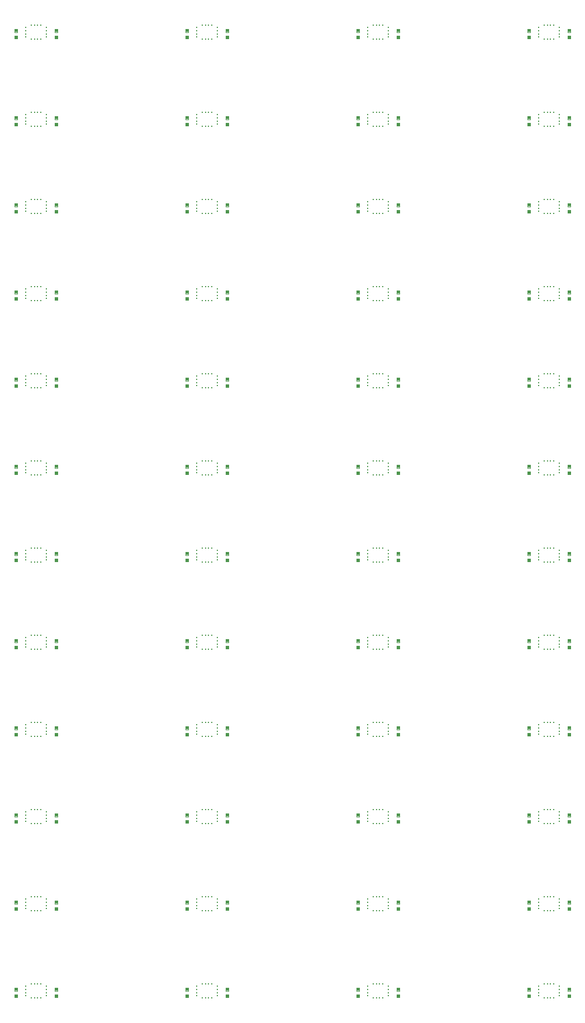
<source format=gbp>
G04 EAGLE Gerber RS-274X export*
G75*
%MOMM*%
%FSLAX34Y34*%
%LPD*%
%INSolderpaste Bottom*%
%IPPOS*%
%AMOC8*
5,1,8,0,0,1.08239X$1,22.5*%
G01*
%ADD10R,0.240000X0.240000*%
%ADD11C,0.102000*%


D10*
X142750Y86480D03*
X142750Y91480D03*
X142750Y96480D03*
X142750Y101480D03*
X134500Y104480D03*
X129500Y104480D03*
X124500Y104480D03*
X119500Y104480D03*
X111250Y101480D03*
X111250Y96480D03*
X111250Y91480D03*
X111250Y86480D03*
X119500Y83480D03*
X124500Y83480D03*
X129500Y83480D03*
X134500Y83480D03*
D11*
X94030Y93950D02*
X94030Y98930D01*
X99010Y98930D01*
X99010Y93950D01*
X94030Y93950D01*
X94030Y94919D02*
X99010Y94919D01*
X99010Y95888D02*
X94030Y95888D01*
X94030Y96857D02*
X99010Y96857D01*
X99010Y97826D02*
X94030Y97826D01*
X94030Y98795D02*
X99010Y98795D01*
X94030Y88930D02*
X94030Y83950D01*
X94030Y88930D02*
X99010Y88930D01*
X99010Y83950D01*
X94030Y83950D01*
X94030Y84919D02*
X99010Y84919D01*
X99010Y85888D02*
X94030Y85888D01*
X94030Y86857D02*
X99010Y86857D01*
X99010Y87826D02*
X94030Y87826D01*
X94030Y88795D02*
X99010Y88795D01*
X154990Y93950D02*
X154990Y98930D01*
X159970Y98930D01*
X159970Y93950D01*
X154990Y93950D01*
X154990Y94919D02*
X159970Y94919D01*
X159970Y95888D02*
X154990Y95888D01*
X154990Y96857D02*
X159970Y96857D01*
X159970Y97826D02*
X154990Y97826D01*
X154990Y98795D02*
X159970Y98795D01*
X154990Y88930D02*
X154990Y83950D01*
X154990Y88930D02*
X159970Y88930D01*
X159970Y83950D01*
X154990Y83950D01*
X154990Y84919D02*
X159970Y84919D01*
X159970Y85888D02*
X154990Y85888D01*
X154990Y86857D02*
X159970Y86857D01*
X159970Y87826D02*
X154990Y87826D01*
X154990Y88795D02*
X159970Y88795D01*
D10*
X401830Y86480D03*
X401830Y91480D03*
X401830Y96480D03*
X401830Y101480D03*
X393580Y104480D03*
X388580Y104480D03*
X383580Y104480D03*
X378580Y104480D03*
X370330Y101480D03*
X370330Y96480D03*
X370330Y91480D03*
X370330Y86480D03*
X378580Y83480D03*
X383580Y83480D03*
X388580Y83480D03*
X393580Y83480D03*
D11*
X353110Y93950D02*
X353110Y98930D01*
X358090Y98930D01*
X358090Y93950D01*
X353110Y93950D01*
X353110Y94919D02*
X358090Y94919D01*
X358090Y95888D02*
X353110Y95888D01*
X353110Y96857D02*
X358090Y96857D01*
X358090Y97826D02*
X353110Y97826D01*
X353110Y98795D02*
X358090Y98795D01*
X353110Y88930D02*
X353110Y83950D01*
X353110Y88930D02*
X358090Y88930D01*
X358090Y83950D01*
X353110Y83950D01*
X353110Y84919D02*
X358090Y84919D01*
X358090Y85888D02*
X353110Y85888D01*
X353110Y86857D02*
X358090Y86857D01*
X358090Y87826D02*
X353110Y87826D01*
X353110Y88795D02*
X358090Y88795D01*
X414070Y93950D02*
X414070Y98930D01*
X419050Y98930D01*
X419050Y93950D01*
X414070Y93950D01*
X414070Y94919D02*
X419050Y94919D01*
X419050Y95888D02*
X414070Y95888D01*
X414070Y96857D02*
X419050Y96857D01*
X419050Y97826D02*
X414070Y97826D01*
X414070Y98795D02*
X419050Y98795D01*
X414070Y88930D02*
X414070Y83950D01*
X414070Y88930D02*
X419050Y88930D01*
X419050Y83950D01*
X414070Y83950D01*
X414070Y84919D02*
X419050Y84919D01*
X419050Y85888D02*
X414070Y85888D01*
X414070Y86857D02*
X419050Y86857D01*
X419050Y87826D02*
X414070Y87826D01*
X414070Y88795D02*
X419050Y88795D01*
D10*
X660910Y86480D03*
X660910Y91480D03*
X660910Y96480D03*
X660910Y101480D03*
X652660Y104480D03*
X647660Y104480D03*
X642660Y104480D03*
X637660Y104480D03*
X629410Y101480D03*
X629410Y96480D03*
X629410Y91480D03*
X629410Y86480D03*
X637660Y83480D03*
X642660Y83480D03*
X647660Y83480D03*
X652660Y83480D03*
D11*
X612190Y93950D02*
X612190Y98930D01*
X617170Y98930D01*
X617170Y93950D01*
X612190Y93950D01*
X612190Y94919D02*
X617170Y94919D01*
X617170Y95888D02*
X612190Y95888D01*
X612190Y96857D02*
X617170Y96857D01*
X617170Y97826D02*
X612190Y97826D01*
X612190Y98795D02*
X617170Y98795D01*
X612190Y88930D02*
X612190Y83950D01*
X612190Y88930D02*
X617170Y88930D01*
X617170Y83950D01*
X612190Y83950D01*
X612190Y84919D02*
X617170Y84919D01*
X617170Y85888D02*
X612190Y85888D01*
X612190Y86857D02*
X617170Y86857D01*
X617170Y87826D02*
X612190Y87826D01*
X612190Y88795D02*
X617170Y88795D01*
X673150Y93950D02*
X673150Y98930D01*
X678130Y98930D01*
X678130Y93950D01*
X673150Y93950D01*
X673150Y94919D02*
X678130Y94919D01*
X678130Y95888D02*
X673150Y95888D01*
X673150Y96857D02*
X678130Y96857D01*
X678130Y97826D02*
X673150Y97826D01*
X673150Y98795D02*
X678130Y98795D01*
X673150Y88930D02*
X673150Y83950D01*
X673150Y88930D02*
X678130Y88930D01*
X678130Y83950D01*
X673150Y83950D01*
X673150Y84919D02*
X678130Y84919D01*
X678130Y85888D02*
X673150Y85888D01*
X673150Y86857D02*
X678130Y86857D01*
X678130Y87826D02*
X673150Y87826D01*
X673150Y88795D02*
X678130Y88795D01*
D10*
X919990Y86480D03*
X919990Y91480D03*
X919990Y96480D03*
X919990Y101480D03*
X911740Y104480D03*
X906740Y104480D03*
X901740Y104480D03*
X896740Y104480D03*
X888490Y101480D03*
X888490Y96480D03*
X888490Y91480D03*
X888490Y86480D03*
X896740Y83480D03*
X901740Y83480D03*
X906740Y83480D03*
X911740Y83480D03*
D11*
X871270Y93950D02*
X871270Y98930D01*
X876250Y98930D01*
X876250Y93950D01*
X871270Y93950D01*
X871270Y94919D02*
X876250Y94919D01*
X876250Y95888D02*
X871270Y95888D01*
X871270Y96857D02*
X876250Y96857D01*
X876250Y97826D02*
X871270Y97826D01*
X871270Y98795D02*
X876250Y98795D01*
X871270Y88930D02*
X871270Y83950D01*
X871270Y88930D02*
X876250Y88930D01*
X876250Y83950D01*
X871270Y83950D01*
X871270Y84919D02*
X876250Y84919D01*
X876250Y85888D02*
X871270Y85888D01*
X871270Y86857D02*
X876250Y86857D01*
X876250Y87826D02*
X871270Y87826D01*
X871270Y88795D02*
X876250Y88795D01*
X932230Y93950D02*
X932230Y98930D01*
X937210Y98930D01*
X937210Y93950D01*
X932230Y93950D01*
X932230Y94919D02*
X937210Y94919D01*
X937210Y95888D02*
X932230Y95888D01*
X932230Y96857D02*
X937210Y96857D01*
X937210Y97826D02*
X932230Y97826D01*
X932230Y98795D02*
X937210Y98795D01*
X932230Y88930D02*
X932230Y83950D01*
X932230Y88930D02*
X937210Y88930D01*
X937210Y83950D01*
X932230Y83950D01*
X932230Y84919D02*
X937210Y84919D01*
X937210Y85888D02*
X932230Y85888D01*
X932230Y86857D02*
X937210Y86857D01*
X937210Y87826D02*
X932230Y87826D01*
X932230Y88795D02*
X937210Y88795D01*
D10*
X142750Y218560D03*
X142750Y223560D03*
X142750Y228560D03*
X142750Y233560D03*
X134500Y236560D03*
X129500Y236560D03*
X124500Y236560D03*
X119500Y236560D03*
X111250Y233560D03*
X111250Y228560D03*
X111250Y223560D03*
X111250Y218560D03*
X119500Y215560D03*
X124500Y215560D03*
X129500Y215560D03*
X134500Y215560D03*
D11*
X94030Y226030D02*
X94030Y231010D01*
X99010Y231010D01*
X99010Y226030D01*
X94030Y226030D01*
X94030Y226999D02*
X99010Y226999D01*
X99010Y227968D02*
X94030Y227968D01*
X94030Y228937D02*
X99010Y228937D01*
X99010Y229906D02*
X94030Y229906D01*
X94030Y230875D02*
X99010Y230875D01*
X94030Y221010D02*
X94030Y216030D01*
X94030Y221010D02*
X99010Y221010D01*
X99010Y216030D01*
X94030Y216030D01*
X94030Y216999D02*
X99010Y216999D01*
X99010Y217968D02*
X94030Y217968D01*
X94030Y218937D02*
X99010Y218937D01*
X99010Y219906D02*
X94030Y219906D01*
X94030Y220875D02*
X99010Y220875D01*
X154990Y226030D02*
X154990Y231010D01*
X159970Y231010D01*
X159970Y226030D01*
X154990Y226030D01*
X154990Y226999D02*
X159970Y226999D01*
X159970Y227968D02*
X154990Y227968D01*
X154990Y228937D02*
X159970Y228937D01*
X159970Y229906D02*
X154990Y229906D01*
X154990Y230875D02*
X159970Y230875D01*
X154990Y221010D02*
X154990Y216030D01*
X154990Y221010D02*
X159970Y221010D01*
X159970Y216030D01*
X154990Y216030D01*
X154990Y216999D02*
X159970Y216999D01*
X159970Y217968D02*
X154990Y217968D01*
X154990Y218937D02*
X159970Y218937D01*
X159970Y219906D02*
X154990Y219906D01*
X154990Y220875D02*
X159970Y220875D01*
D10*
X401830Y218560D03*
X401830Y223560D03*
X401830Y228560D03*
X401830Y233560D03*
X393580Y236560D03*
X388580Y236560D03*
X383580Y236560D03*
X378580Y236560D03*
X370330Y233560D03*
X370330Y228560D03*
X370330Y223560D03*
X370330Y218560D03*
X378580Y215560D03*
X383580Y215560D03*
X388580Y215560D03*
X393580Y215560D03*
D11*
X353110Y226030D02*
X353110Y231010D01*
X358090Y231010D01*
X358090Y226030D01*
X353110Y226030D01*
X353110Y226999D02*
X358090Y226999D01*
X358090Y227968D02*
X353110Y227968D01*
X353110Y228937D02*
X358090Y228937D01*
X358090Y229906D02*
X353110Y229906D01*
X353110Y230875D02*
X358090Y230875D01*
X353110Y221010D02*
X353110Y216030D01*
X353110Y221010D02*
X358090Y221010D01*
X358090Y216030D01*
X353110Y216030D01*
X353110Y216999D02*
X358090Y216999D01*
X358090Y217968D02*
X353110Y217968D01*
X353110Y218937D02*
X358090Y218937D01*
X358090Y219906D02*
X353110Y219906D01*
X353110Y220875D02*
X358090Y220875D01*
X414070Y226030D02*
X414070Y231010D01*
X419050Y231010D01*
X419050Y226030D01*
X414070Y226030D01*
X414070Y226999D02*
X419050Y226999D01*
X419050Y227968D02*
X414070Y227968D01*
X414070Y228937D02*
X419050Y228937D01*
X419050Y229906D02*
X414070Y229906D01*
X414070Y230875D02*
X419050Y230875D01*
X414070Y221010D02*
X414070Y216030D01*
X414070Y221010D02*
X419050Y221010D01*
X419050Y216030D01*
X414070Y216030D01*
X414070Y216999D02*
X419050Y216999D01*
X419050Y217968D02*
X414070Y217968D01*
X414070Y218937D02*
X419050Y218937D01*
X419050Y219906D02*
X414070Y219906D01*
X414070Y220875D02*
X419050Y220875D01*
D10*
X660910Y218560D03*
X660910Y223560D03*
X660910Y228560D03*
X660910Y233560D03*
X652660Y236560D03*
X647660Y236560D03*
X642660Y236560D03*
X637660Y236560D03*
X629410Y233560D03*
X629410Y228560D03*
X629410Y223560D03*
X629410Y218560D03*
X637660Y215560D03*
X642660Y215560D03*
X647660Y215560D03*
X652660Y215560D03*
D11*
X612190Y226030D02*
X612190Y231010D01*
X617170Y231010D01*
X617170Y226030D01*
X612190Y226030D01*
X612190Y226999D02*
X617170Y226999D01*
X617170Y227968D02*
X612190Y227968D01*
X612190Y228937D02*
X617170Y228937D01*
X617170Y229906D02*
X612190Y229906D01*
X612190Y230875D02*
X617170Y230875D01*
X612190Y221010D02*
X612190Y216030D01*
X612190Y221010D02*
X617170Y221010D01*
X617170Y216030D01*
X612190Y216030D01*
X612190Y216999D02*
X617170Y216999D01*
X617170Y217968D02*
X612190Y217968D01*
X612190Y218937D02*
X617170Y218937D01*
X617170Y219906D02*
X612190Y219906D01*
X612190Y220875D02*
X617170Y220875D01*
X673150Y226030D02*
X673150Y231010D01*
X678130Y231010D01*
X678130Y226030D01*
X673150Y226030D01*
X673150Y226999D02*
X678130Y226999D01*
X678130Y227968D02*
X673150Y227968D01*
X673150Y228937D02*
X678130Y228937D01*
X678130Y229906D02*
X673150Y229906D01*
X673150Y230875D02*
X678130Y230875D01*
X673150Y221010D02*
X673150Y216030D01*
X673150Y221010D02*
X678130Y221010D01*
X678130Y216030D01*
X673150Y216030D01*
X673150Y216999D02*
X678130Y216999D01*
X678130Y217968D02*
X673150Y217968D01*
X673150Y218937D02*
X678130Y218937D01*
X678130Y219906D02*
X673150Y219906D01*
X673150Y220875D02*
X678130Y220875D01*
D10*
X919990Y218560D03*
X919990Y223560D03*
X919990Y228560D03*
X919990Y233560D03*
X911740Y236560D03*
X906740Y236560D03*
X901740Y236560D03*
X896740Y236560D03*
X888490Y233560D03*
X888490Y228560D03*
X888490Y223560D03*
X888490Y218560D03*
X896740Y215560D03*
X901740Y215560D03*
X906740Y215560D03*
X911740Y215560D03*
D11*
X871270Y226030D02*
X871270Y231010D01*
X876250Y231010D01*
X876250Y226030D01*
X871270Y226030D01*
X871270Y226999D02*
X876250Y226999D01*
X876250Y227968D02*
X871270Y227968D01*
X871270Y228937D02*
X876250Y228937D01*
X876250Y229906D02*
X871270Y229906D01*
X871270Y230875D02*
X876250Y230875D01*
X871270Y221010D02*
X871270Y216030D01*
X871270Y221010D02*
X876250Y221010D01*
X876250Y216030D01*
X871270Y216030D01*
X871270Y216999D02*
X876250Y216999D01*
X876250Y217968D02*
X871270Y217968D01*
X871270Y218937D02*
X876250Y218937D01*
X876250Y219906D02*
X871270Y219906D01*
X871270Y220875D02*
X876250Y220875D01*
X932230Y226030D02*
X932230Y231010D01*
X937210Y231010D01*
X937210Y226030D01*
X932230Y226030D01*
X932230Y226999D02*
X937210Y226999D01*
X937210Y227968D02*
X932230Y227968D01*
X932230Y228937D02*
X937210Y228937D01*
X937210Y229906D02*
X932230Y229906D01*
X932230Y230875D02*
X937210Y230875D01*
X932230Y221010D02*
X932230Y216030D01*
X932230Y221010D02*
X937210Y221010D01*
X937210Y216030D01*
X932230Y216030D01*
X932230Y216999D02*
X937210Y216999D01*
X937210Y217968D02*
X932230Y217968D01*
X932230Y218937D02*
X937210Y218937D01*
X937210Y219906D02*
X932230Y219906D01*
X932230Y220875D02*
X937210Y220875D01*
D10*
X142750Y350640D03*
X142750Y355640D03*
X142750Y360640D03*
X142750Y365640D03*
X134500Y368640D03*
X129500Y368640D03*
X124500Y368640D03*
X119500Y368640D03*
X111250Y365640D03*
X111250Y360640D03*
X111250Y355640D03*
X111250Y350640D03*
X119500Y347640D03*
X124500Y347640D03*
X129500Y347640D03*
X134500Y347640D03*
D11*
X94030Y358110D02*
X94030Y363090D01*
X99010Y363090D01*
X99010Y358110D01*
X94030Y358110D01*
X94030Y359079D02*
X99010Y359079D01*
X99010Y360048D02*
X94030Y360048D01*
X94030Y361017D02*
X99010Y361017D01*
X99010Y361986D02*
X94030Y361986D01*
X94030Y362955D02*
X99010Y362955D01*
X94030Y353090D02*
X94030Y348110D01*
X94030Y353090D02*
X99010Y353090D01*
X99010Y348110D01*
X94030Y348110D01*
X94030Y349079D02*
X99010Y349079D01*
X99010Y350048D02*
X94030Y350048D01*
X94030Y351017D02*
X99010Y351017D01*
X99010Y351986D02*
X94030Y351986D01*
X94030Y352955D02*
X99010Y352955D01*
X154990Y358110D02*
X154990Y363090D01*
X159970Y363090D01*
X159970Y358110D01*
X154990Y358110D01*
X154990Y359079D02*
X159970Y359079D01*
X159970Y360048D02*
X154990Y360048D01*
X154990Y361017D02*
X159970Y361017D01*
X159970Y361986D02*
X154990Y361986D01*
X154990Y362955D02*
X159970Y362955D01*
X154990Y353090D02*
X154990Y348110D01*
X154990Y353090D02*
X159970Y353090D01*
X159970Y348110D01*
X154990Y348110D01*
X154990Y349079D02*
X159970Y349079D01*
X159970Y350048D02*
X154990Y350048D01*
X154990Y351017D02*
X159970Y351017D01*
X159970Y351986D02*
X154990Y351986D01*
X154990Y352955D02*
X159970Y352955D01*
D10*
X401830Y350640D03*
X401830Y355640D03*
X401830Y360640D03*
X401830Y365640D03*
X393580Y368640D03*
X388580Y368640D03*
X383580Y368640D03*
X378580Y368640D03*
X370330Y365640D03*
X370330Y360640D03*
X370330Y355640D03*
X370330Y350640D03*
X378580Y347640D03*
X383580Y347640D03*
X388580Y347640D03*
X393580Y347640D03*
D11*
X353110Y358110D02*
X353110Y363090D01*
X358090Y363090D01*
X358090Y358110D01*
X353110Y358110D01*
X353110Y359079D02*
X358090Y359079D01*
X358090Y360048D02*
X353110Y360048D01*
X353110Y361017D02*
X358090Y361017D01*
X358090Y361986D02*
X353110Y361986D01*
X353110Y362955D02*
X358090Y362955D01*
X353110Y353090D02*
X353110Y348110D01*
X353110Y353090D02*
X358090Y353090D01*
X358090Y348110D01*
X353110Y348110D01*
X353110Y349079D02*
X358090Y349079D01*
X358090Y350048D02*
X353110Y350048D01*
X353110Y351017D02*
X358090Y351017D01*
X358090Y351986D02*
X353110Y351986D01*
X353110Y352955D02*
X358090Y352955D01*
X414070Y358110D02*
X414070Y363090D01*
X419050Y363090D01*
X419050Y358110D01*
X414070Y358110D01*
X414070Y359079D02*
X419050Y359079D01*
X419050Y360048D02*
X414070Y360048D01*
X414070Y361017D02*
X419050Y361017D01*
X419050Y361986D02*
X414070Y361986D01*
X414070Y362955D02*
X419050Y362955D01*
X414070Y353090D02*
X414070Y348110D01*
X414070Y353090D02*
X419050Y353090D01*
X419050Y348110D01*
X414070Y348110D01*
X414070Y349079D02*
X419050Y349079D01*
X419050Y350048D02*
X414070Y350048D01*
X414070Y351017D02*
X419050Y351017D01*
X419050Y351986D02*
X414070Y351986D01*
X414070Y352955D02*
X419050Y352955D01*
D10*
X660910Y350640D03*
X660910Y355640D03*
X660910Y360640D03*
X660910Y365640D03*
X652660Y368640D03*
X647660Y368640D03*
X642660Y368640D03*
X637660Y368640D03*
X629410Y365640D03*
X629410Y360640D03*
X629410Y355640D03*
X629410Y350640D03*
X637660Y347640D03*
X642660Y347640D03*
X647660Y347640D03*
X652660Y347640D03*
D11*
X612190Y358110D02*
X612190Y363090D01*
X617170Y363090D01*
X617170Y358110D01*
X612190Y358110D01*
X612190Y359079D02*
X617170Y359079D01*
X617170Y360048D02*
X612190Y360048D01*
X612190Y361017D02*
X617170Y361017D01*
X617170Y361986D02*
X612190Y361986D01*
X612190Y362955D02*
X617170Y362955D01*
X612190Y353090D02*
X612190Y348110D01*
X612190Y353090D02*
X617170Y353090D01*
X617170Y348110D01*
X612190Y348110D01*
X612190Y349079D02*
X617170Y349079D01*
X617170Y350048D02*
X612190Y350048D01*
X612190Y351017D02*
X617170Y351017D01*
X617170Y351986D02*
X612190Y351986D01*
X612190Y352955D02*
X617170Y352955D01*
X673150Y358110D02*
X673150Y363090D01*
X678130Y363090D01*
X678130Y358110D01*
X673150Y358110D01*
X673150Y359079D02*
X678130Y359079D01*
X678130Y360048D02*
X673150Y360048D01*
X673150Y361017D02*
X678130Y361017D01*
X678130Y361986D02*
X673150Y361986D01*
X673150Y362955D02*
X678130Y362955D01*
X673150Y353090D02*
X673150Y348110D01*
X673150Y353090D02*
X678130Y353090D01*
X678130Y348110D01*
X673150Y348110D01*
X673150Y349079D02*
X678130Y349079D01*
X678130Y350048D02*
X673150Y350048D01*
X673150Y351017D02*
X678130Y351017D01*
X678130Y351986D02*
X673150Y351986D01*
X673150Y352955D02*
X678130Y352955D01*
D10*
X919990Y350640D03*
X919990Y355640D03*
X919990Y360640D03*
X919990Y365640D03*
X911740Y368640D03*
X906740Y368640D03*
X901740Y368640D03*
X896740Y368640D03*
X888490Y365640D03*
X888490Y360640D03*
X888490Y355640D03*
X888490Y350640D03*
X896740Y347640D03*
X901740Y347640D03*
X906740Y347640D03*
X911740Y347640D03*
D11*
X871270Y358110D02*
X871270Y363090D01*
X876250Y363090D01*
X876250Y358110D01*
X871270Y358110D01*
X871270Y359079D02*
X876250Y359079D01*
X876250Y360048D02*
X871270Y360048D01*
X871270Y361017D02*
X876250Y361017D01*
X876250Y361986D02*
X871270Y361986D01*
X871270Y362955D02*
X876250Y362955D01*
X871270Y353090D02*
X871270Y348110D01*
X871270Y353090D02*
X876250Y353090D01*
X876250Y348110D01*
X871270Y348110D01*
X871270Y349079D02*
X876250Y349079D01*
X876250Y350048D02*
X871270Y350048D01*
X871270Y351017D02*
X876250Y351017D01*
X876250Y351986D02*
X871270Y351986D01*
X871270Y352955D02*
X876250Y352955D01*
X932230Y358110D02*
X932230Y363090D01*
X937210Y363090D01*
X937210Y358110D01*
X932230Y358110D01*
X932230Y359079D02*
X937210Y359079D01*
X937210Y360048D02*
X932230Y360048D01*
X932230Y361017D02*
X937210Y361017D01*
X937210Y361986D02*
X932230Y361986D01*
X932230Y362955D02*
X937210Y362955D01*
X932230Y353090D02*
X932230Y348110D01*
X932230Y353090D02*
X937210Y353090D01*
X937210Y348110D01*
X932230Y348110D01*
X932230Y349079D02*
X937210Y349079D01*
X937210Y350048D02*
X932230Y350048D01*
X932230Y351017D02*
X937210Y351017D01*
X937210Y351986D02*
X932230Y351986D01*
X932230Y352955D02*
X937210Y352955D01*
D10*
X142750Y482720D03*
X142750Y487720D03*
X142750Y492720D03*
X142750Y497720D03*
X134500Y500720D03*
X129500Y500720D03*
X124500Y500720D03*
X119500Y500720D03*
X111250Y497720D03*
X111250Y492720D03*
X111250Y487720D03*
X111250Y482720D03*
X119500Y479720D03*
X124500Y479720D03*
X129500Y479720D03*
X134500Y479720D03*
D11*
X94030Y490190D02*
X94030Y495170D01*
X99010Y495170D01*
X99010Y490190D01*
X94030Y490190D01*
X94030Y491159D02*
X99010Y491159D01*
X99010Y492128D02*
X94030Y492128D01*
X94030Y493097D02*
X99010Y493097D01*
X99010Y494066D02*
X94030Y494066D01*
X94030Y495035D02*
X99010Y495035D01*
X94030Y485170D02*
X94030Y480190D01*
X94030Y485170D02*
X99010Y485170D01*
X99010Y480190D01*
X94030Y480190D01*
X94030Y481159D02*
X99010Y481159D01*
X99010Y482128D02*
X94030Y482128D01*
X94030Y483097D02*
X99010Y483097D01*
X99010Y484066D02*
X94030Y484066D01*
X94030Y485035D02*
X99010Y485035D01*
X154990Y490190D02*
X154990Y495170D01*
X159970Y495170D01*
X159970Y490190D01*
X154990Y490190D01*
X154990Y491159D02*
X159970Y491159D01*
X159970Y492128D02*
X154990Y492128D01*
X154990Y493097D02*
X159970Y493097D01*
X159970Y494066D02*
X154990Y494066D01*
X154990Y495035D02*
X159970Y495035D01*
X154990Y485170D02*
X154990Y480190D01*
X154990Y485170D02*
X159970Y485170D01*
X159970Y480190D01*
X154990Y480190D01*
X154990Y481159D02*
X159970Y481159D01*
X159970Y482128D02*
X154990Y482128D01*
X154990Y483097D02*
X159970Y483097D01*
X159970Y484066D02*
X154990Y484066D01*
X154990Y485035D02*
X159970Y485035D01*
D10*
X401830Y482720D03*
X401830Y487720D03*
X401830Y492720D03*
X401830Y497720D03*
X393580Y500720D03*
X388580Y500720D03*
X383580Y500720D03*
X378580Y500720D03*
X370330Y497720D03*
X370330Y492720D03*
X370330Y487720D03*
X370330Y482720D03*
X378580Y479720D03*
X383580Y479720D03*
X388580Y479720D03*
X393580Y479720D03*
D11*
X353110Y490190D02*
X353110Y495170D01*
X358090Y495170D01*
X358090Y490190D01*
X353110Y490190D01*
X353110Y491159D02*
X358090Y491159D01*
X358090Y492128D02*
X353110Y492128D01*
X353110Y493097D02*
X358090Y493097D01*
X358090Y494066D02*
X353110Y494066D01*
X353110Y495035D02*
X358090Y495035D01*
X353110Y485170D02*
X353110Y480190D01*
X353110Y485170D02*
X358090Y485170D01*
X358090Y480190D01*
X353110Y480190D01*
X353110Y481159D02*
X358090Y481159D01*
X358090Y482128D02*
X353110Y482128D01*
X353110Y483097D02*
X358090Y483097D01*
X358090Y484066D02*
X353110Y484066D01*
X353110Y485035D02*
X358090Y485035D01*
X414070Y490190D02*
X414070Y495170D01*
X419050Y495170D01*
X419050Y490190D01*
X414070Y490190D01*
X414070Y491159D02*
X419050Y491159D01*
X419050Y492128D02*
X414070Y492128D01*
X414070Y493097D02*
X419050Y493097D01*
X419050Y494066D02*
X414070Y494066D01*
X414070Y495035D02*
X419050Y495035D01*
X414070Y485170D02*
X414070Y480190D01*
X414070Y485170D02*
X419050Y485170D01*
X419050Y480190D01*
X414070Y480190D01*
X414070Y481159D02*
X419050Y481159D01*
X419050Y482128D02*
X414070Y482128D01*
X414070Y483097D02*
X419050Y483097D01*
X419050Y484066D02*
X414070Y484066D01*
X414070Y485035D02*
X419050Y485035D01*
D10*
X660910Y482720D03*
X660910Y487720D03*
X660910Y492720D03*
X660910Y497720D03*
X652660Y500720D03*
X647660Y500720D03*
X642660Y500720D03*
X637660Y500720D03*
X629410Y497720D03*
X629410Y492720D03*
X629410Y487720D03*
X629410Y482720D03*
X637660Y479720D03*
X642660Y479720D03*
X647660Y479720D03*
X652660Y479720D03*
D11*
X612190Y490190D02*
X612190Y495170D01*
X617170Y495170D01*
X617170Y490190D01*
X612190Y490190D01*
X612190Y491159D02*
X617170Y491159D01*
X617170Y492128D02*
X612190Y492128D01*
X612190Y493097D02*
X617170Y493097D01*
X617170Y494066D02*
X612190Y494066D01*
X612190Y495035D02*
X617170Y495035D01*
X612190Y485170D02*
X612190Y480190D01*
X612190Y485170D02*
X617170Y485170D01*
X617170Y480190D01*
X612190Y480190D01*
X612190Y481159D02*
X617170Y481159D01*
X617170Y482128D02*
X612190Y482128D01*
X612190Y483097D02*
X617170Y483097D01*
X617170Y484066D02*
X612190Y484066D01*
X612190Y485035D02*
X617170Y485035D01*
X673150Y490190D02*
X673150Y495170D01*
X678130Y495170D01*
X678130Y490190D01*
X673150Y490190D01*
X673150Y491159D02*
X678130Y491159D01*
X678130Y492128D02*
X673150Y492128D01*
X673150Y493097D02*
X678130Y493097D01*
X678130Y494066D02*
X673150Y494066D01*
X673150Y495035D02*
X678130Y495035D01*
X673150Y485170D02*
X673150Y480190D01*
X673150Y485170D02*
X678130Y485170D01*
X678130Y480190D01*
X673150Y480190D01*
X673150Y481159D02*
X678130Y481159D01*
X678130Y482128D02*
X673150Y482128D01*
X673150Y483097D02*
X678130Y483097D01*
X678130Y484066D02*
X673150Y484066D01*
X673150Y485035D02*
X678130Y485035D01*
D10*
X919990Y482720D03*
X919990Y487720D03*
X919990Y492720D03*
X919990Y497720D03*
X911740Y500720D03*
X906740Y500720D03*
X901740Y500720D03*
X896740Y500720D03*
X888490Y497720D03*
X888490Y492720D03*
X888490Y487720D03*
X888490Y482720D03*
X896740Y479720D03*
X901740Y479720D03*
X906740Y479720D03*
X911740Y479720D03*
D11*
X871270Y490190D02*
X871270Y495170D01*
X876250Y495170D01*
X876250Y490190D01*
X871270Y490190D01*
X871270Y491159D02*
X876250Y491159D01*
X876250Y492128D02*
X871270Y492128D01*
X871270Y493097D02*
X876250Y493097D01*
X876250Y494066D02*
X871270Y494066D01*
X871270Y495035D02*
X876250Y495035D01*
X871270Y485170D02*
X871270Y480190D01*
X871270Y485170D02*
X876250Y485170D01*
X876250Y480190D01*
X871270Y480190D01*
X871270Y481159D02*
X876250Y481159D01*
X876250Y482128D02*
X871270Y482128D01*
X871270Y483097D02*
X876250Y483097D01*
X876250Y484066D02*
X871270Y484066D01*
X871270Y485035D02*
X876250Y485035D01*
X932230Y490190D02*
X932230Y495170D01*
X937210Y495170D01*
X937210Y490190D01*
X932230Y490190D01*
X932230Y491159D02*
X937210Y491159D01*
X937210Y492128D02*
X932230Y492128D01*
X932230Y493097D02*
X937210Y493097D01*
X937210Y494066D02*
X932230Y494066D01*
X932230Y495035D02*
X937210Y495035D01*
X932230Y485170D02*
X932230Y480190D01*
X932230Y485170D02*
X937210Y485170D01*
X937210Y480190D01*
X932230Y480190D01*
X932230Y481159D02*
X937210Y481159D01*
X937210Y482128D02*
X932230Y482128D01*
X932230Y483097D02*
X937210Y483097D01*
X937210Y484066D02*
X932230Y484066D01*
X932230Y485035D02*
X937210Y485035D01*
D10*
X142750Y614800D03*
X142750Y619800D03*
X142750Y624800D03*
X142750Y629800D03*
X134500Y632800D03*
X129500Y632800D03*
X124500Y632800D03*
X119500Y632800D03*
X111250Y629800D03*
X111250Y624800D03*
X111250Y619800D03*
X111250Y614800D03*
X119500Y611800D03*
X124500Y611800D03*
X129500Y611800D03*
X134500Y611800D03*
D11*
X94030Y622270D02*
X94030Y627250D01*
X99010Y627250D01*
X99010Y622270D01*
X94030Y622270D01*
X94030Y623239D02*
X99010Y623239D01*
X99010Y624208D02*
X94030Y624208D01*
X94030Y625177D02*
X99010Y625177D01*
X99010Y626146D02*
X94030Y626146D01*
X94030Y627115D02*
X99010Y627115D01*
X94030Y617250D02*
X94030Y612270D01*
X94030Y617250D02*
X99010Y617250D01*
X99010Y612270D01*
X94030Y612270D01*
X94030Y613239D02*
X99010Y613239D01*
X99010Y614208D02*
X94030Y614208D01*
X94030Y615177D02*
X99010Y615177D01*
X99010Y616146D02*
X94030Y616146D01*
X94030Y617115D02*
X99010Y617115D01*
X154990Y622270D02*
X154990Y627250D01*
X159970Y627250D01*
X159970Y622270D01*
X154990Y622270D01*
X154990Y623239D02*
X159970Y623239D01*
X159970Y624208D02*
X154990Y624208D01*
X154990Y625177D02*
X159970Y625177D01*
X159970Y626146D02*
X154990Y626146D01*
X154990Y627115D02*
X159970Y627115D01*
X154990Y617250D02*
X154990Y612270D01*
X154990Y617250D02*
X159970Y617250D01*
X159970Y612270D01*
X154990Y612270D01*
X154990Y613239D02*
X159970Y613239D01*
X159970Y614208D02*
X154990Y614208D01*
X154990Y615177D02*
X159970Y615177D01*
X159970Y616146D02*
X154990Y616146D01*
X154990Y617115D02*
X159970Y617115D01*
D10*
X401830Y614800D03*
X401830Y619800D03*
X401830Y624800D03*
X401830Y629800D03*
X393580Y632800D03*
X388580Y632800D03*
X383580Y632800D03*
X378580Y632800D03*
X370330Y629800D03*
X370330Y624800D03*
X370330Y619800D03*
X370330Y614800D03*
X378580Y611800D03*
X383580Y611800D03*
X388580Y611800D03*
X393580Y611800D03*
D11*
X353110Y622270D02*
X353110Y627250D01*
X358090Y627250D01*
X358090Y622270D01*
X353110Y622270D01*
X353110Y623239D02*
X358090Y623239D01*
X358090Y624208D02*
X353110Y624208D01*
X353110Y625177D02*
X358090Y625177D01*
X358090Y626146D02*
X353110Y626146D01*
X353110Y627115D02*
X358090Y627115D01*
X353110Y617250D02*
X353110Y612270D01*
X353110Y617250D02*
X358090Y617250D01*
X358090Y612270D01*
X353110Y612270D01*
X353110Y613239D02*
X358090Y613239D01*
X358090Y614208D02*
X353110Y614208D01*
X353110Y615177D02*
X358090Y615177D01*
X358090Y616146D02*
X353110Y616146D01*
X353110Y617115D02*
X358090Y617115D01*
X414070Y622270D02*
X414070Y627250D01*
X419050Y627250D01*
X419050Y622270D01*
X414070Y622270D01*
X414070Y623239D02*
X419050Y623239D01*
X419050Y624208D02*
X414070Y624208D01*
X414070Y625177D02*
X419050Y625177D01*
X419050Y626146D02*
X414070Y626146D01*
X414070Y627115D02*
X419050Y627115D01*
X414070Y617250D02*
X414070Y612270D01*
X414070Y617250D02*
X419050Y617250D01*
X419050Y612270D01*
X414070Y612270D01*
X414070Y613239D02*
X419050Y613239D01*
X419050Y614208D02*
X414070Y614208D01*
X414070Y615177D02*
X419050Y615177D01*
X419050Y616146D02*
X414070Y616146D01*
X414070Y617115D02*
X419050Y617115D01*
D10*
X660910Y614800D03*
X660910Y619800D03*
X660910Y624800D03*
X660910Y629800D03*
X652660Y632800D03*
X647660Y632800D03*
X642660Y632800D03*
X637660Y632800D03*
X629410Y629800D03*
X629410Y624800D03*
X629410Y619800D03*
X629410Y614800D03*
X637660Y611800D03*
X642660Y611800D03*
X647660Y611800D03*
X652660Y611800D03*
D11*
X612190Y622270D02*
X612190Y627250D01*
X617170Y627250D01*
X617170Y622270D01*
X612190Y622270D01*
X612190Y623239D02*
X617170Y623239D01*
X617170Y624208D02*
X612190Y624208D01*
X612190Y625177D02*
X617170Y625177D01*
X617170Y626146D02*
X612190Y626146D01*
X612190Y627115D02*
X617170Y627115D01*
X612190Y617250D02*
X612190Y612270D01*
X612190Y617250D02*
X617170Y617250D01*
X617170Y612270D01*
X612190Y612270D01*
X612190Y613239D02*
X617170Y613239D01*
X617170Y614208D02*
X612190Y614208D01*
X612190Y615177D02*
X617170Y615177D01*
X617170Y616146D02*
X612190Y616146D01*
X612190Y617115D02*
X617170Y617115D01*
X673150Y622270D02*
X673150Y627250D01*
X678130Y627250D01*
X678130Y622270D01*
X673150Y622270D01*
X673150Y623239D02*
X678130Y623239D01*
X678130Y624208D02*
X673150Y624208D01*
X673150Y625177D02*
X678130Y625177D01*
X678130Y626146D02*
X673150Y626146D01*
X673150Y627115D02*
X678130Y627115D01*
X673150Y617250D02*
X673150Y612270D01*
X673150Y617250D02*
X678130Y617250D01*
X678130Y612270D01*
X673150Y612270D01*
X673150Y613239D02*
X678130Y613239D01*
X678130Y614208D02*
X673150Y614208D01*
X673150Y615177D02*
X678130Y615177D01*
X678130Y616146D02*
X673150Y616146D01*
X673150Y617115D02*
X678130Y617115D01*
D10*
X919990Y614800D03*
X919990Y619800D03*
X919990Y624800D03*
X919990Y629800D03*
X911740Y632800D03*
X906740Y632800D03*
X901740Y632800D03*
X896740Y632800D03*
X888490Y629800D03*
X888490Y624800D03*
X888490Y619800D03*
X888490Y614800D03*
X896740Y611800D03*
X901740Y611800D03*
X906740Y611800D03*
X911740Y611800D03*
D11*
X871270Y622270D02*
X871270Y627250D01*
X876250Y627250D01*
X876250Y622270D01*
X871270Y622270D01*
X871270Y623239D02*
X876250Y623239D01*
X876250Y624208D02*
X871270Y624208D01*
X871270Y625177D02*
X876250Y625177D01*
X876250Y626146D02*
X871270Y626146D01*
X871270Y627115D02*
X876250Y627115D01*
X871270Y617250D02*
X871270Y612270D01*
X871270Y617250D02*
X876250Y617250D01*
X876250Y612270D01*
X871270Y612270D01*
X871270Y613239D02*
X876250Y613239D01*
X876250Y614208D02*
X871270Y614208D01*
X871270Y615177D02*
X876250Y615177D01*
X876250Y616146D02*
X871270Y616146D01*
X871270Y617115D02*
X876250Y617115D01*
X932230Y622270D02*
X932230Y627250D01*
X937210Y627250D01*
X937210Y622270D01*
X932230Y622270D01*
X932230Y623239D02*
X937210Y623239D01*
X937210Y624208D02*
X932230Y624208D01*
X932230Y625177D02*
X937210Y625177D01*
X937210Y626146D02*
X932230Y626146D01*
X932230Y627115D02*
X937210Y627115D01*
X932230Y617250D02*
X932230Y612270D01*
X932230Y617250D02*
X937210Y617250D01*
X937210Y612270D01*
X932230Y612270D01*
X932230Y613239D02*
X937210Y613239D01*
X937210Y614208D02*
X932230Y614208D01*
X932230Y615177D02*
X937210Y615177D01*
X937210Y616146D02*
X932230Y616146D01*
X932230Y617115D02*
X937210Y617115D01*
D10*
X142750Y746880D03*
X142750Y751880D03*
X142750Y756880D03*
X142750Y761880D03*
X134500Y764880D03*
X129500Y764880D03*
X124500Y764880D03*
X119500Y764880D03*
X111250Y761880D03*
X111250Y756880D03*
X111250Y751880D03*
X111250Y746880D03*
X119500Y743880D03*
X124500Y743880D03*
X129500Y743880D03*
X134500Y743880D03*
D11*
X94030Y754350D02*
X94030Y759330D01*
X99010Y759330D01*
X99010Y754350D01*
X94030Y754350D01*
X94030Y755319D02*
X99010Y755319D01*
X99010Y756288D02*
X94030Y756288D01*
X94030Y757257D02*
X99010Y757257D01*
X99010Y758226D02*
X94030Y758226D01*
X94030Y759195D02*
X99010Y759195D01*
X94030Y749330D02*
X94030Y744350D01*
X94030Y749330D02*
X99010Y749330D01*
X99010Y744350D01*
X94030Y744350D01*
X94030Y745319D02*
X99010Y745319D01*
X99010Y746288D02*
X94030Y746288D01*
X94030Y747257D02*
X99010Y747257D01*
X99010Y748226D02*
X94030Y748226D01*
X94030Y749195D02*
X99010Y749195D01*
X154990Y754350D02*
X154990Y759330D01*
X159970Y759330D01*
X159970Y754350D01*
X154990Y754350D01*
X154990Y755319D02*
X159970Y755319D01*
X159970Y756288D02*
X154990Y756288D01*
X154990Y757257D02*
X159970Y757257D01*
X159970Y758226D02*
X154990Y758226D01*
X154990Y759195D02*
X159970Y759195D01*
X154990Y749330D02*
X154990Y744350D01*
X154990Y749330D02*
X159970Y749330D01*
X159970Y744350D01*
X154990Y744350D01*
X154990Y745319D02*
X159970Y745319D01*
X159970Y746288D02*
X154990Y746288D01*
X154990Y747257D02*
X159970Y747257D01*
X159970Y748226D02*
X154990Y748226D01*
X154990Y749195D02*
X159970Y749195D01*
D10*
X401830Y746880D03*
X401830Y751880D03*
X401830Y756880D03*
X401830Y761880D03*
X393580Y764880D03*
X388580Y764880D03*
X383580Y764880D03*
X378580Y764880D03*
X370330Y761880D03*
X370330Y756880D03*
X370330Y751880D03*
X370330Y746880D03*
X378580Y743880D03*
X383580Y743880D03*
X388580Y743880D03*
X393580Y743880D03*
D11*
X353110Y754350D02*
X353110Y759330D01*
X358090Y759330D01*
X358090Y754350D01*
X353110Y754350D01*
X353110Y755319D02*
X358090Y755319D01*
X358090Y756288D02*
X353110Y756288D01*
X353110Y757257D02*
X358090Y757257D01*
X358090Y758226D02*
X353110Y758226D01*
X353110Y759195D02*
X358090Y759195D01*
X353110Y749330D02*
X353110Y744350D01*
X353110Y749330D02*
X358090Y749330D01*
X358090Y744350D01*
X353110Y744350D01*
X353110Y745319D02*
X358090Y745319D01*
X358090Y746288D02*
X353110Y746288D01*
X353110Y747257D02*
X358090Y747257D01*
X358090Y748226D02*
X353110Y748226D01*
X353110Y749195D02*
X358090Y749195D01*
X414070Y754350D02*
X414070Y759330D01*
X419050Y759330D01*
X419050Y754350D01*
X414070Y754350D01*
X414070Y755319D02*
X419050Y755319D01*
X419050Y756288D02*
X414070Y756288D01*
X414070Y757257D02*
X419050Y757257D01*
X419050Y758226D02*
X414070Y758226D01*
X414070Y759195D02*
X419050Y759195D01*
X414070Y749330D02*
X414070Y744350D01*
X414070Y749330D02*
X419050Y749330D01*
X419050Y744350D01*
X414070Y744350D01*
X414070Y745319D02*
X419050Y745319D01*
X419050Y746288D02*
X414070Y746288D01*
X414070Y747257D02*
X419050Y747257D01*
X419050Y748226D02*
X414070Y748226D01*
X414070Y749195D02*
X419050Y749195D01*
D10*
X660910Y746880D03*
X660910Y751880D03*
X660910Y756880D03*
X660910Y761880D03*
X652660Y764880D03*
X647660Y764880D03*
X642660Y764880D03*
X637660Y764880D03*
X629410Y761880D03*
X629410Y756880D03*
X629410Y751880D03*
X629410Y746880D03*
X637660Y743880D03*
X642660Y743880D03*
X647660Y743880D03*
X652660Y743880D03*
D11*
X612190Y754350D02*
X612190Y759330D01*
X617170Y759330D01*
X617170Y754350D01*
X612190Y754350D01*
X612190Y755319D02*
X617170Y755319D01*
X617170Y756288D02*
X612190Y756288D01*
X612190Y757257D02*
X617170Y757257D01*
X617170Y758226D02*
X612190Y758226D01*
X612190Y759195D02*
X617170Y759195D01*
X612190Y749330D02*
X612190Y744350D01*
X612190Y749330D02*
X617170Y749330D01*
X617170Y744350D01*
X612190Y744350D01*
X612190Y745319D02*
X617170Y745319D01*
X617170Y746288D02*
X612190Y746288D01*
X612190Y747257D02*
X617170Y747257D01*
X617170Y748226D02*
X612190Y748226D01*
X612190Y749195D02*
X617170Y749195D01*
X673150Y754350D02*
X673150Y759330D01*
X678130Y759330D01*
X678130Y754350D01*
X673150Y754350D01*
X673150Y755319D02*
X678130Y755319D01*
X678130Y756288D02*
X673150Y756288D01*
X673150Y757257D02*
X678130Y757257D01*
X678130Y758226D02*
X673150Y758226D01*
X673150Y759195D02*
X678130Y759195D01*
X673150Y749330D02*
X673150Y744350D01*
X673150Y749330D02*
X678130Y749330D01*
X678130Y744350D01*
X673150Y744350D01*
X673150Y745319D02*
X678130Y745319D01*
X678130Y746288D02*
X673150Y746288D01*
X673150Y747257D02*
X678130Y747257D01*
X678130Y748226D02*
X673150Y748226D01*
X673150Y749195D02*
X678130Y749195D01*
D10*
X919990Y746880D03*
X919990Y751880D03*
X919990Y756880D03*
X919990Y761880D03*
X911740Y764880D03*
X906740Y764880D03*
X901740Y764880D03*
X896740Y764880D03*
X888490Y761880D03*
X888490Y756880D03*
X888490Y751880D03*
X888490Y746880D03*
X896740Y743880D03*
X901740Y743880D03*
X906740Y743880D03*
X911740Y743880D03*
D11*
X871270Y754350D02*
X871270Y759330D01*
X876250Y759330D01*
X876250Y754350D01*
X871270Y754350D01*
X871270Y755319D02*
X876250Y755319D01*
X876250Y756288D02*
X871270Y756288D01*
X871270Y757257D02*
X876250Y757257D01*
X876250Y758226D02*
X871270Y758226D01*
X871270Y759195D02*
X876250Y759195D01*
X871270Y749330D02*
X871270Y744350D01*
X871270Y749330D02*
X876250Y749330D01*
X876250Y744350D01*
X871270Y744350D01*
X871270Y745319D02*
X876250Y745319D01*
X876250Y746288D02*
X871270Y746288D01*
X871270Y747257D02*
X876250Y747257D01*
X876250Y748226D02*
X871270Y748226D01*
X871270Y749195D02*
X876250Y749195D01*
X932230Y754350D02*
X932230Y759330D01*
X937210Y759330D01*
X937210Y754350D01*
X932230Y754350D01*
X932230Y755319D02*
X937210Y755319D01*
X937210Y756288D02*
X932230Y756288D01*
X932230Y757257D02*
X937210Y757257D01*
X937210Y758226D02*
X932230Y758226D01*
X932230Y759195D02*
X937210Y759195D01*
X932230Y749330D02*
X932230Y744350D01*
X932230Y749330D02*
X937210Y749330D01*
X937210Y744350D01*
X932230Y744350D01*
X932230Y745319D02*
X937210Y745319D01*
X937210Y746288D02*
X932230Y746288D01*
X932230Y747257D02*
X937210Y747257D01*
X937210Y748226D02*
X932230Y748226D01*
X932230Y749195D02*
X937210Y749195D01*
D10*
X142750Y878960D03*
X142750Y883960D03*
X142750Y888960D03*
X142750Y893960D03*
X134500Y896960D03*
X129500Y896960D03*
X124500Y896960D03*
X119500Y896960D03*
X111250Y893960D03*
X111250Y888960D03*
X111250Y883960D03*
X111250Y878960D03*
X119500Y875960D03*
X124500Y875960D03*
X129500Y875960D03*
X134500Y875960D03*
D11*
X94030Y886430D02*
X94030Y891410D01*
X99010Y891410D01*
X99010Y886430D01*
X94030Y886430D01*
X94030Y887399D02*
X99010Y887399D01*
X99010Y888368D02*
X94030Y888368D01*
X94030Y889337D02*
X99010Y889337D01*
X99010Y890306D02*
X94030Y890306D01*
X94030Y891275D02*
X99010Y891275D01*
X94030Y881410D02*
X94030Y876430D01*
X94030Y881410D02*
X99010Y881410D01*
X99010Y876430D01*
X94030Y876430D01*
X94030Y877399D02*
X99010Y877399D01*
X99010Y878368D02*
X94030Y878368D01*
X94030Y879337D02*
X99010Y879337D01*
X99010Y880306D02*
X94030Y880306D01*
X94030Y881275D02*
X99010Y881275D01*
X154990Y886430D02*
X154990Y891410D01*
X159970Y891410D01*
X159970Y886430D01*
X154990Y886430D01*
X154990Y887399D02*
X159970Y887399D01*
X159970Y888368D02*
X154990Y888368D01*
X154990Y889337D02*
X159970Y889337D01*
X159970Y890306D02*
X154990Y890306D01*
X154990Y891275D02*
X159970Y891275D01*
X154990Y881410D02*
X154990Y876430D01*
X154990Y881410D02*
X159970Y881410D01*
X159970Y876430D01*
X154990Y876430D01*
X154990Y877399D02*
X159970Y877399D01*
X159970Y878368D02*
X154990Y878368D01*
X154990Y879337D02*
X159970Y879337D01*
X159970Y880306D02*
X154990Y880306D01*
X154990Y881275D02*
X159970Y881275D01*
D10*
X401830Y878960D03*
X401830Y883960D03*
X401830Y888960D03*
X401830Y893960D03*
X393580Y896960D03*
X388580Y896960D03*
X383580Y896960D03*
X378580Y896960D03*
X370330Y893960D03*
X370330Y888960D03*
X370330Y883960D03*
X370330Y878960D03*
X378580Y875960D03*
X383580Y875960D03*
X388580Y875960D03*
X393580Y875960D03*
D11*
X353110Y886430D02*
X353110Y891410D01*
X358090Y891410D01*
X358090Y886430D01*
X353110Y886430D01*
X353110Y887399D02*
X358090Y887399D01*
X358090Y888368D02*
X353110Y888368D01*
X353110Y889337D02*
X358090Y889337D01*
X358090Y890306D02*
X353110Y890306D01*
X353110Y891275D02*
X358090Y891275D01*
X353110Y881410D02*
X353110Y876430D01*
X353110Y881410D02*
X358090Y881410D01*
X358090Y876430D01*
X353110Y876430D01*
X353110Y877399D02*
X358090Y877399D01*
X358090Y878368D02*
X353110Y878368D01*
X353110Y879337D02*
X358090Y879337D01*
X358090Y880306D02*
X353110Y880306D01*
X353110Y881275D02*
X358090Y881275D01*
X414070Y886430D02*
X414070Y891410D01*
X419050Y891410D01*
X419050Y886430D01*
X414070Y886430D01*
X414070Y887399D02*
X419050Y887399D01*
X419050Y888368D02*
X414070Y888368D01*
X414070Y889337D02*
X419050Y889337D01*
X419050Y890306D02*
X414070Y890306D01*
X414070Y891275D02*
X419050Y891275D01*
X414070Y881410D02*
X414070Y876430D01*
X414070Y881410D02*
X419050Y881410D01*
X419050Y876430D01*
X414070Y876430D01*
X414070Y877399D02*
X419050Y877399D01*
X419050Y878368D02*
X414070Y878368D01*
X414070Y879337D02*
X419050Y879337D01*
X419050Y880306D02*
X414070Y880306D01*
X414070Y881275D02*
X419050Y881275D01*
D10*
X660910Y878960D03*
X660910Y883960D03*
X660910Y888960D03*
X660910Y893960D03*
X652660Y896960D03*
X647660Y896960D03*
X642660Y896960D03*
X637660Y896960D03*
X629410Y893960D03*
X629410Y888960D03*
X629410Y883960D03*
X629410Y878960D03*
X637660Y875960D03*
X642660Y875960D03*
X647660Y875960D03*
X652660Y875960D03*
D11*
X612190Y886430D02*
X612190Y891410D01*
X617170Y891410D01*
X617170Y886430D01*
X612190Y886430D01*
X612190Y887399D02*
X617170Y887399D01*
X617170Y888368D02*
X612190Y888368D01*
X612190Y889337D02*
X617170Y889337D01*
X617170Y890306D02*
X612190Y890306D01*
X612190Y891275D02*
X617170Y891275D01*
X612190Y881410D02*
X612190Y876430D01*
X612190Y881410D02*
X617170Y881410D01*
X617170Y876430D01*
X612190Y876430D01*
X612190Y877399D02*
X617170Y877399D01*
X617170Y878368D02*
X612190Y878368D01*
X612190Y879337D02*
X617170Y879337D01*
X617170Y880306D02*
X612190Y880306D01*
X612190Y881275D02*
X617170Y881275D01*
X673150Y886430D02*
X673150Y891410D01*
X678130Y891410D01*
X678130Y886430D01*
X673150Y886430D01*
X673150Y887399D02*
X678130Y887399D01*
X678130Y888368D02*
X673150Y888368D01*
X673150Y889337D02*
X678130Y889337D01*
X678130Y890306D02*
X673150Y890306D01*
X673150Y891275D02*
X678130Y891275D01*
X673150Y881410D02*
X673150Y876430D01*
X673150Y881410D02*
X678130Y881410D01*
X678130Y876430D01*
X673150Y876430D01*
X673150Y877399D02*
X678130Y877399D01*
X678130Y878368D02*
X673150Y878368D01*
X673150Y879337D02*
X678130Y879337D01*
X678130Y880306D02*
X673150Y880306D01*
X673150Y881275D02*
X678130Y881275D01*
D10*
X919990Y878960D03*
X919990Y883960D03*
X919990Y888960D03*
X919990Y893960D03*
X911740Y896960D03*
X906740Y896960D03*
X901740Y896960D03*
X896740Y896960D03*
X888490Y893960D03*
X888490Y888960D03*
X888490Y883960D03*
X888490Y878960D03*
X896740Y875960D03*
X901740Y875960D03*
X906740Y875960D03*
X911740Y875960D03*
D11*
X871270Y886430D02*
X871270Y891410D01*
X876250Y891410D01*
X876250Y886430D01*
X871270Y886430D01*
X871270Y887399D02*
X876250Y887399D01*
X876250Y888368D02*
X871270Y888368D01*
X871270Y889337D02*
X876250Y889337D01*
X876250Y890306D02*
X871270Y890306D01*
X871270Y891275D02*
X876250Y891275D01*
X871270Y881410D02*
X871270Y876430D01*
X871270Y881410D02*
X876250Y881410D01*
X876250Y876430D01*
X871270Y876430D01*
X871270Y877399D02*
X876250Y877399D01*
X876250Y878368D02*
X871270Y878368D01*
X871270Y879337D02*
X876250Y879337D01*
X876250Y880306D02*
X871270Y880306D01*
X871270Y881275D02*
X876250Y881275D01*
X932230Y886430D02*
X932230Y891410D01*
X937210Y891410D01*
X937210Y886430D01*
X932230Y886430D01*
X932230Y887399D02*
X937210Y887399D01*
X937210Y888368D02*
X932230Y888368D01*
X932230Y889337D02*
X937210Y889337D01*
X937210Y890306D02*
X932230Y890306D01*
X932230Y891275D02*
X937210Y891275D01*
X932230Y881410D02*
X932230Y876430D01*
X932230Y881410D02*
X937210Y881410D01*
X937210Y876430D01*
X932230Y876430D01*
X932230Y877399D02*
X937210Y877399D01*
X937210Y878368D02*
X932230Y878368D01*
X932230Y879337D02*
X937210Y879337D01*
X937210Y880306D02*
X932230Y880306D01*
X932230Y881275D02*
X937210Y881275D01*
D10*
X142750Y1011040D03*
X142750Y1016040D03*
X142750Y1021040D03*
X142750Y1026040D03*
X134500Y1029040D03*
X129500Y1029040D03*
X124500Y1029040D03*
X119500Y1029040D03*
X111250Y1026040D03*
X111250Y1021040D03*
X111250Y1016040D03*
X111250Y1011040D03*
X119500Y1008040D03*
X124500Y1008040D03*
X129500Y1008040D03*
X134500Y1008040D03*
D11*
X94030Y1018510D02*
X94030Y1023490D01*
X99010Y1023490D01*
X99010Y1018510D01*
X94030Y1018510D01*
X94030Y1019479D02*
X99010Y1019479D01*
X99010Y1020448D02*
X94030Y1020448D01*
X94030Y1021417D02*
X99010Y1021417D01*
X99010Y1022386D02*
X94030Y1022386D01*
X94030Y1023355D02*
X99010Y1023355D01*
X94030Y1013490D02*
X94030Y1008510D01*
X94030Y1013490D02*
X99010Y1013490D01*
X99010Y1008510D01*
X94030Y1008510D01*
X94030Y1009479D02*
X99010Y1009479D01*
X99010Y1010448D02*
X94030Y1010448D01*
X94030Y1011417D02*
X99010Y1011417D01*
X99010Y1012386D02*
X94030Y1012386D01*
X94030Y1013355D02*
X99010Y1013355D01*
X154990Y1018510D02*
X154990Y1023490D01*
X159970Y1023490D01*
X159970Y1018510D01*
X154990Y1018510D01*
X154990Y1019479D02*
X159970Y1019479D01*
X159970Y1020448D02*
X154990Y1020448D01*
X154990Y1021417D02*
X159970Y1021417D01*
X159970Y1022386D02*
X154990Y1022386D01*
X154990Y1023355D02*
X159970Y1023355D01*
X154990Y1013490D02*
X154990Y1008510D01*
X154990Y1013490D02*
X159970Y1013490D01*
X159970Y1008510D01*
X154990Y1008510D01*
X154990Y1009479D02*
X159970Y1009479D01*
X159970Y1010448D02*
X154990Y1010448D01*
X154990Y1011417D02*
X159970Y1011417D01*
X159970Y1012386D02*
X154990Y1012386D01*
X154990Y1013355D02*
X159970Y1013355D01*
D10*
X401830Y1011040D03*
X401830Y1016040D03*
X401830Y1021040D03*
X401830Y1026040D03*
X393580Y1029040D03*
X388580Y1029040D03*
X383580Y1029040D03*
X378580Y1029040D03*
X370330Y1026040D03*
X370330Y1021040D03*
X370330Y1016040D03*
X370330Y1011040D03*
X378580Y1008040D03*
X383580Y1008040D03*
X388580Y1008040D03*
X393580Y1008040D03*
D11*
X353110Y1018510D02*
X353110Y1023490D01*
X358090Y1023490D01*
X358090Y1018510D01*
X353110Y1018510D01*
X353110Y1019479D02*
X358090Y1019479D01*
X358090Y1020448D02*
X353110Y1020448D01*
X353110Y1021417D02*
X358090Y1021417D01*
X358090Y1022386D02*
X353110Y1022386D01*
X353110Y1023355D02*
X358090Y1023355D01*
X353110Y1013490D02*
X353110Y1008510D01*
X353110Y1013490D02*
X358090Y1013490D01*
X358090Y1008510D01*
X353110Y1008510D01*
X353110Y1009479D02*
X358090Y1009479D01*
X358090Y1010448D02*
X353110Y1010448D01*
X353110Y1011417D02*
X358090Y1011417D01*
X358090Y1012386D02*
X353110Y1012386D01*
X353110Y1013355D02*
X358090Y1013355D01*
X414070Y1018510D02*
X414070Y1023490D01*
X419050Y1023490D01*
X419050Y1018510D01*
X414070Y1018510D01*
X414070Y1019479D02*
X419050Y1019479D01*
X419050Y1020448D02*
X414070Y1020448D01*
X414070Y1021417D02*
X419050Y1021417D01*
X419050Y1022386D02*
X414070Y1022386D01*
X414070Y1023355D02*
X419050Y1023355D01*
X414070Y1013490D02*
X414070Y1008510D01*
X414070Y1013490D02*
X419050Y1013490D01*
X419050Y1008510D01*
X414070Y1008510D01*
X414070Y1009479D02*
X419050Y1009479D01*
X419050Y1010448D02*
X414070Y1010448D01*
X414070Y1011417D02*
X419050Y1011417D01*
X419050Y1012386D02*
X414070Y1012386D01*
X414070Y1013355D02*
X419050Y1013355D01*
D10*
X660910Y1011040D03*
X660910Y1016040D03*
X660910Y1021040D03*
X660910Y1026040D03*
X652660Y1029040D03*
X647660Y1029040D03*
X642660Y1029040D03*
X637660Y1029040D03*
X629410Y1026040D03*
X629410Y1021040D03*
X629410Y1016040D03*
X629410Y1011040D03*
X637660Y1008040D03*
X642660Y1008040D03*
X647660Y1008040D03*
X652660Y1008040D03*
D11*
X612190Y1018510D02*
X612190Y1023490D01*
X617170Y1023490D01*
X617170Y1018510D01*
X612190Y1018510D01*
X612190Y1019479D02*
X617170Y1019479D01*
X617170Y1020448D02*
X612190Y1020448D01*
X612190Y1021417D02*
X617170Y1021417D01*
X617170Y1022386D02*
X612190Y1022386D01*
X612190Y1023355D02*
X617170Y1023355D01*
X612190Y1013490D02*
X612190Y1008510D01*
X612190Y1013490D02*
X617170Y1013490D01*
X617170Y1008510D01*
X612190Y1008510D01*
X612190Y1009479D02*
X617170Y1009479D01*
X617170Y1010448D02*
X612190Y1010448D01*
X612190Y1011417D02*
X617170Y1011417D01*
X617170Y1012386D02*
X612190Y1012386D01*
X612190Y1013355D02*
X617170Y1013355D01*
X673150Y1018510D02*
X673150Y1023490D01*
X678130Y1023490D01*
X678130Y1018510D01*
X673150Y1018510D01*
X673150Y1019479D02*
X678130Y1019479D01*
X678130Y1020448D02*
X673150Y1020448D01*
X673150Y1021417D02*
X678130Y1021417D01*
X678130Y1022386D02*
X673150Y1022386D01*
X673150Y1023355D02*
X678130Y1023355D01*
X673150Y1013490D02*
X673150Y1008510D01*
X673150Y1013490D02*
X678130Y1013490D01*
X678130Y1008510D01*
X673150Y1008510D01*
X673150Y1009479D02*
X678130Y1009479D01*
X678130Y1010448D02*
X673150Y1010448D01*
X673150Y1011417D02*
X678130Y1011417D01*
X678130Y1012386D02*
X673150Y1012386D01*
X673150Y1013355D02*
X678130Y1013355D01*
D10*
X919990Y1011040D03*
X919990Y1016040D03*
X919990Y1021040D03*
X919990Y1026040D03*
X911740Y1029040D03*
X906740Y1029040D03*
X901740Y1029040D03*
X896740Y1029040D03*
X888490Y1026040D03*
X888490Y1021040D03*
X888490Y1016040D03*
X888490Y1011040D03*
X896740Y1008040D03*
X901740Y1008040D03*
X906740Y1008040D03*
X911740Y1008040D03*
D11*
X871270Y1018510D02*
X871270Y1023490D01*
X876250Y1023490D01*
X876250Y1018510D01*
X871270Y1018510D01*
X871270Y1019479D02*
X876250Y1019479D01*
X876250Y1020448D02*
X871270Y1020448D01*
X871270Y1021417D02*
X876250Y1021417D01*
X876250Y1022386D02*
X871270Y1022386D01*
X871270Y1023355D02*
X876250Y1023355D01*
X871270Y1013490D02*
X871270Y1008510D01*
X871270Y1013490D02*
X876250Y1013490D01*
X876250Y1008510D01*
X871270Y1008510D01*
X871270Y1009479D02*
X876250Y1009479D01*
X876250Y1010448D02*
X871270Y1010448D01*
X871270Y1011417D02*
X876250Y1011417D01*
X876250Y1012386D02*
X871270Y1012386D01*
X871270Y1013355D02*
X876250Y1013355D01*
X932230Y1018510D02*
X932230Y1023490D01*
X937210Y1023490D01*
X937210Y1018510D01*
X932230Y1018510D01*
X932230Y1019479D02*
X937210Y1019479D01*
X937210Y1020448D02*
X932230Y1020448D01*
X932230Y1021417D02*
X937210Y1021417D01*
X937210Y1022386D02*
X932230Y1022386D01*
X932230Y1023355D02*
X937210Y1023355D01*
X932230Y1013490D02*
X932230Y1008510D01*
X932230Y1013490D02*
X937210Y1013490D01*
X937210Y1008510D01*
X932230Y1008510D01*
X932230Y1009479D02*
X937210Y1009479D01*
X937210Y1010448D02*
X932230Y1010448D01*
X932230Y1011417D02*
X937210Y1011417D01*
X937210Y1012386D02*
X932230Y1012386D01*
X932230Y1013355D02*
X937210Y1013355D01*
D10*
X142750Y1143120D03*
X142750Y1148120D03*
X142750Y1153120D03*
X142750Y1158120D03*
X134500Y1161120D03*
X129500Y1161120D03*
X124500Y1161120D03*
X119500Y1161120D03*
X111250Y1158120D03*
X111250Y1153120D03*
X111250Y1148120D03*
X111250Y1143120D03*
X119500Y1140120D03*
X124500Y1140120D03*
X129500Y1140120D03*
X134500Y1140120D03*
D11*
X94030Y1150590D02*
X94030Y1155570D01*
X99010Y1155570D01*
X99010Y1150590D01*
X94030Y1150590D01*
X94030Y1151559D02*
X99010Y1151559D01*
X99010Y1152528D02*
X94030Y1152528D01*
X94030Y1153497D02*
X99010Y1153497D01*
X99010Y1154466D02*
X94030Y1154466D01*
X94030Y1155435D02*
X99010Y1155435D01*
X94030Y1145570D02*
X94030Y1140590D01*
X94030Y1145570D02*
X99010Y1145570D01*
X99010Y1140590D01*
X94030Y1140590D01*
X94030Y1141559D02*
X99010Y1141559D01*
X99010Y1142528D02*
X94030Y1142528D01*
X94030Y1143497D02*
X99010Y1143497D01*
X99010Y1144466D02*
X94030Y1144466D01*
X94030Y1145435D02*
X99010Y1145435D01*
X154990Y1150590D02*
X154990Y1155570D01*
X159970Y1155570D01*
X159970Y1150590D01*
X154990Y1150590D01*
X154990Y1151559D02*
X159970Y1151559D01*
X159970Y1152528D02*
X154990Y1152528D01*
X154990Y1153497D02*
X159970Y1153497D01*
X159970Y1154466D02*
X154990Y1154466D01*
X154990Y1155435D02*
X159970Y1155435D01*
X154990Y1145570D02*
X154990Y1140590D01*
X154990Y1145570D02*
X159970Y1145570D01*
X159970Y1140590D01*
X154990Y1140590D01*
X154990Y1141559D02*
X159970Y1141559D01*
X159970Y1142528D02*
X154990Y1142528D01*
X154990Y1143497D02*
X159970Y1143497D01*
X159970Y1144466D02*
X154990Y1144466D01*
X154990Y1145435D02*
X159970Y1145435D01*
D10*
X401830Y1143120D03*
X401830Y1148120D03*
X401830Y1153120D03*
X401830Y1158120D03*
X393580Y1161120D03*
X388580Y1161120D03*
X383580Y1161120D03*
X378580Y1161120D03*
X370330Y1158120D03*
X370330Y1153120D03*
X370330Y1148120D03*
X370330Y1143120D03*
X378580Y1140120D03*
X383580Y1140120D03*
X388580Y1140120D03*
X393580Y1140120D03*
D11*
X353110Y1150590D02*
X353110Y1155570D01*
X358090Y1155570D01*
X358090Y1150590D01*
X353110Y1150590D01*
X353110Y1151559D02*
X358090Y1151559D01*
X358090Y1152528D02*
X353110Y1152528D01*
X353110Y1153497D02*
X358090Y1153497D01*
X358090Y1154466D02*
X353110Y1154466D01*
X353110Y1155435D02*
X358090Y1155435D01*
X353110Y1145570D02*
X353110Y1140590D01*
X353110Y1145570D02*
X358090Y1145570D01*
X358090Y1140590D01*
X353110Y1140590D01*
X353110Y1141559D02*
X358090Y1141559D01*
X358090Y1142528D02*
X353110Y1142528D01*
X353110Y1143497D02*
X358090Y1143497D01*
X358090Y1144466D02*
X353110Y1144466D01*
X353110Y1145435D02*
X358090Y1145435D01*
X414070Y1150590D02*
X414070Y1155570D01*
X419050Y1155570D01*
X419050Y1150590D01*
X414070Y1150590D01*
X414070Y1151559D02*
X419050Y1151559D01*
X419050Y1152528D02*
X414070Y1152528D01*
X414070Y1153497D02*
X419050Y1153497D01*
X419050Y1154466D02*
X414070Y1154466D01*
X414070Y1155435D02*
X419050Y1155435D01*
X414070Y1145570D02*
X414070Y1140590D01*
X414070Y1145570D02*
X419050Y1145570D01*
X419050Y1140590D01*
X414070Y1140590D01*
X414070Y1141559D02*
X419050Y1141559D01*
X419050Y1142528D02*
X414070Y1142528D01*
X414070Y1143497D02*
X419050Y1143497D01*
X419050Y1144466D02*
X414070Y1144466D01*
X414070Y1145435D02*
X419050Y1145435D01*
D10*
X660910Y1143120D03*
X660910Y1148120D03*
X660910Y1153120D03*
X660910Y1158120D03*
X652660Y1161120D03*
X647660Y1161120D03*
X642660Y1161120D03*
X637660Y1161120D03*
X629410Y1158120D03*
X629410Y1153120D03*
X629410Y1148120D03*
X629410Y1143120D03*
X637660Y1140120D03*
X642660Y1140120D03*
X647660Y1140120D03*
X652660Y1140120D03*
D11*
X612190Y1150590D02*
X612190Y1155570D01*
X617170Y1155570D01*
X617170Y1150590D01*
X612190Y1150590D01*
X612190Y1151559D02*
X617170Y1151559D01*
X617170Y1152528D02*
X612190Y1152528D01*
X612190Y1153497D02*
X617170Y1153497D01*
X617170Y1154466D02*
X612190Y1154466D01*
X612190Y1155435D02*
X617170Y1155435D01*
X612190Y1145570D02*
X612190Y1140590D01*
X612190Y1145570D02*
X617170Y1145570D01*
X617170Y1140590D01*
X612190Y1140590D01*
X612190Y1141559D02*
X617170Y1141559D01*
X617170Y1142528D02*
X612190Y1142528D01*
X612190Y1143497D02*
X617170Y1143497D01*
X617170Y1144466D02*
X612190Y1144466D01*
X612190Y1145435D02*
X617170Y1145435D01*
X673150Y1150590D02*
X673150Y1155570D01*
X678130Y1155570D01*
X678130Y1150590D01*
X673150Y1150590D01*
X673150Y1151559D02*
X678130Y1151559D01*
X678130Y1152528D02*
X673150Y1152528D01*
X673150Y1153497D02*
X678130Y1153497D01*
X678130Y1154466D02*
X673150Y1154466D01*
X673150Y1155435D02*
X678130Y1155435D01*
X673150Y1145570D02*
X673150Y1140590D01*
X673150Y1145570D02*
X678130Y1145570D01*
X678130Y1140590D01*
X673150Y1140590D01*
X673150Y1141559D02*
X678130Y1141559D01*
X678130Y1142528D02*
X673150Y1142528D01*
X673150Y1143497D02*
X678130Y1143497D01*
X678130Y1144466D02*
X673150Y1144466D01*
X673150Y1145435D02*
X678130Y1145435D01*
D10*
X919990Y1143120D03*
X919990Y1148120D03*
X919990Y1153120D03*
X919990Y1158120D03*
X911740Y1161120D03*
X906740Y1161120D03*
X901740Y1161120D03*
X896740Y1161120D03*
X888490Y1158120D03*
X888490Y1153120D03*
X888490Y1148120D03*
X888490Y1143120D03*
X896740Y1140120D03*
X901740Y1140120D03*
X906740Y1140120D03*
X911740Y1140120D03*
D11*
X871270Y1150590D02*
X871270Y1155570D01*
X876250Y1155570D01*
X876250Y1150590D01*
X871270Y1150590D01*
X871270Y1151559D02*
X876250Y1151559D01*
X876250Y1152528D02*
X871270Y1152528D01*
X871270Y1153497D02*
X876250Y1153497D01*
X876250Y1154466D02*
X871270Y1154466D01*
X871270Y1155435D02*
X876250Y1155435D01*
X871270Y1145570D02*
X871270Y1140590D01*
X871270Y1145570D02*
X876250Y1145570D01*
X876250Y1140590D01*
X871270Y1140590D01*
X871270Y1141559D02*
X876250Y1141559D01*
X876250Y1142528D02*
X871270Y1142528D01*
X871270Y1143497D02*
X876250Y1143497D01*
X876250Y1144466D02*
X871270Y1144466D01*
X871270Y1145435D02*
X876250Y1145435D01*
X932230Y1150590D02*
X932230Y1155570D01*
X937210Y1155570D01*
X937210Y1150590D01*
X932230Y1150590D01*
X932230Y1151559D02*
X937210Y1151559D01*
X937210Y1152528D02*
X932230Y1152528D01*
X932230Y1153497D02*
X937210Y1153497D01*
X937210Y1154466D02*
X932230Y1154466D01*
X932230Y1155435D02*
X937210Y1155435D01*
X932230Y1145570D02*
X932230Y1140590D01*
X932230Y1145570D02*
X937210Y1145570D01*
X937210Y1140590D01*
X932230Y1140590D01*
X932230Y1141559D02*
X937210Y1141559D01*
X937210Y1142528D02*
X932230Y1142528D01*
X932230Y1143497D02*
X937210Y1143497D01*
X937210Y1144466D02*
X932230Y1144466D01*
X932230Y1145435D02*
X937210Y1145435D01*
D10*
X142750Y1275200D03*
X142750Y1280200D03*
X142750Y1285200D03*
X142750Y1290200D03*
X134500Y1293200D03*
X129500Y1293200D03*
X124500Y1293200D03*
X119500Y1293200D03*
X111250Y1290200D03*
X111250Y1285200D03*
X111250Y1280200D03*
X111250Y1275200D03*
X119500Y1272200D03*
X124500Y1272200D03*
X129500Y1272200D03*
X134500Y1272200D03*
D11*
X94030Y1282670D02*
X94030Y1287650D01*
X99010Y1287650D01*
X99010Y1282670D01*
X94030Y1282670D01*
X94030Y1283639D02*
X99010Y1283639D01*
X99010Y1284608D02*
X94030Y1284608D01*
X94030Y1285577D02*
X99010Y1285577D01*
X99010Y1286546D02*
X94030Y1286546D01*
X94030Y1287515D02*
X99010Y1287515D01*
X94030Y1277650D02*
X94030Y1272670D01*
X94030Y1277650D02*
X99010Y1277650D01*
X99010Y1272670D01*
X94030Y1272670D01*
X94030Y1273639D02*
X99010Y1273639D01*
X99010Y1274608D02*
X94030Y1274608D01*
X94030Y1275577D02*
X99010Y1275577D01*
X99010Y1276546D02*
X94030Y1276546D01*
X94030Y1277515D02*
X99010Y1277515D01*
X154990Y1282670D02*
X154990Y1287650D01*
X159970Y1287650D01*
X159970Y1282670D01*
X154990Y1282670D01*
X154990Y1283639D02*
X159970Y1283639D01*
X159970Y1284608D02*
X154990Y1284608D01*
X154990Y1285577D02*
X159970Y1285577D01*
X159970Y1286546D02*
X154990Y1286546D01*
X154990Y1287515D02*
X159970Y1287515D01*
X154990Y1277650D02*
X154990Y1272670D01*
X154990Y1277650D02*
X159970Y1277650D01*
X159970Y1272670D01*
X154990Y1272670D01*
X154990Y1273639D02*
X159970Y1273639D01*
X159970Y1274608D02*
X154990Y1274608D01*
X154990Y1275577D02*
X159970Y1275577D01*
X159970Y1276546D02*
X154990Y1276546D01*
X154990Y1277515D02*
X159970Y1277515D01*
D10*
X401830Y1275200D03*
X401830Y1280200D03*
X401830Y1285200D03*
X401830Y1290200D03*
X393580Y1293200D03*
X388580Y1293200D03*
X383580Y1293200D03*
X378580Y1293200D03*
X370330Y1290200D03*
X370330Y1285200D03*
X370330Y1280200D03*
X370330Y1275200D03*
X378580Y1272200D03*
X383580Y1272200D03*
X388580Y1272200D03*
X393580Y1272200D03*
D11*
X353110Y1282670D02*
X353110Y1287650D01*
X358090Y1287650D01*
X358090Y1282670D01*
X353110Y1282670D01*
X353110Y1283639D02*
X358090Y1283639D01*
X358090Y1284608D02*
X353110Y1284608D01*
X353110Y1285577D02*
X358090Y1285577D01*
X358090Y1286546D02*
X353110Y1286546D01*
X353110Y1287515D02*
X358090Y1287515D01*
X353110Y1277650D02*
X353110Y1272670D01*
X353110Y1277650D02*
X358090Y1277650D01*
X358090Y1272670D01*
X353110Y1272670D01*
X353110Y1273639D02*
X358090Y1273639D01*
X358090Y1274608D02*
X353110Y1274608D01*
X353110Y1275577D02*
X358090Y1275577D01*
X358090Y1276546D02*
X353110Y1276546D01*
X353110Y1277515D02*
X358090Y1277515D01*
X414070Y1282670D02*
X414070Y1287650D01*
X419050Y1287650D01*
X419050Y1282670D01*
X414070Y1282670D01*
X414070Y1283639D02*
X419050Y1283639D01*
X419050Y1284608D02*
X414070Y1284608D01*
X414070Y1285577D02*
X419050Y1285577D01*
X419050Y1286546D02*
X414070Y1286546D01*
X414070Y1287515D02*
X419050Y1287515D01*
X414070Y1277650D02*
X414070Y1272670D01*
X414070Y1277650D02*
X419050Y1277650D01*
X419050Y1272670D01*
X414070Y1272670D01*
X414070Y1273639D02*
X419050Y1273639D01*
X419050Y1274608D02*
X414070Y1274608D01*
X414070Y1275577D02*
X419050Y1275577D01*
X419050Y1276546D02*
X414070Y1276546D01*
X414070Y1277515D02*
X419050Y1277515D01*
D10*
X660910Y1275200D03*
X660910Y1280200D03*
X660910Y1285200D03*
X660910Y1290200D03*
X652660Y1293200D03*
X647660Y1293200D03*
X642660Y1293200D03*
X637660Y1293200D03*
X629410Y1290200D03*
X629410Y1285200D03*
X629410Y1280200D03*
X629410Y1275200D03*
X637660Y1272200D03*
X642660Y1272200D03*
X647660Y1272200D03*
X652660Y1272200D03*
D11*
X612190Y1282670D02*
X612190Y1287650D01*
X617170Y1287650D01*
X617170Y1282670D01*
X612190Y1282670D01*
X612190Y1283639D02*
X617170Y1283639D01*
X617170Y1284608D02*
X612190Y1284608D01*
X612190Y1285577D02*
X617170Y1285577D01*
X617170Y1286546D02*
X612190Y1286546D01*
X612190Y1287515D02*
X617170Y1287515D01*
X612190Y1277650D02*
X612190Y1272670D01*
X612190Y1277650D02*
X617170Y1277650D01*
X617170Y1272670D01*
X612190Y1272670D01*
X612190Y1273639D02*
X617170Y1273639D01*
X617170Y1274608D02*
X612190Y1274608D01*
X612190Y1275577D02*
X617170Y1275577D01*
X617170Y1276546D02*
X612190Y1276546D01*
X612190Y1277515D02*
X617170Y1277515D01*
X673150Y1282670D02*
X673150Y1287650D01*
X678130Y1287650D01*
X678130Y1282670D01*
X673150Y1282670D01*
X673150Y1283639D02*
X678130Y1283639D01*
X678130Y1284608D02*
X673150Y1284608D01*
X673150Y1285577D02*
X678130Y1285577D01*
X678130Y1286546D02*
X673150Y1286546D01*
X673150Y1287515D02*
X678130Y1287515D01*
X673150Y1277650D02*
X673150Y1272670D01*
X673150Y1277650D02*
X678130Y1277650D01*
X678130Y1272670D01*
X673150Y1272670D01*
X673150Y1273639D02*
X678130Y1273639D01*
X678130Y1274608D02*
X673150Y1274608D01*
X673150Y1275577D02*
X678130Y1275577D01*
X678130Y1276546D02*
X673150Y1276546D01*
X673150Y1277515D02*
X678130Y1277515D01*
D10*
X919990Y1275200D03*
X919990Y1280200D03*
X919990Y1285200D03*
X919990Y1290200D03*
X911740Y1293200D03*
X906740Y1293200D03*
X901740Y1293200D03*
X896740Y1293200D03*
X888490Y1290200D03*
X888490Y1285200D03*
X888490Y1280200D03*
X888490Y1275200D03*
X896740Y1272200D03*
X901740Y1272200D03*
X906740Y1272200D03*
X911740Y1272200D03*
D11*
X871270Y1282670D02*
X871270Y1287650D01*
X876250Y1287650D01*
X876250Y1282670D01*
X871270Y1282670D01*
X871270Y1283639D02*
X876250Y1283639D01*
X876250Y1284608D02*
X871270Y1284608D01*
X871270Y1285577D02*
X876250Y1285577D01*
X876250Y1286546D02*
X871270Y1286546D01*
X871270Y1287515D02*
X876250Y1287515D01*
X871270Y1277650D02*
X871270Y1272670D01*
X871270Y1277650D02*
X876250Y1277650D01*
X876250Y1272670D01*
X871270Y1272670D01*
X871270Y1273639D02*
X876250Y1273639D01*
X876250Y1274608D02*
X871270Y1274608D01*
X871270Y1275577D02*
X876250Y1275577D01*
X876250Y1276546D02*
X871270Y1276546D01*
X871270Y1277515D02*
X876250Y1277515D01*
X932230Y1282670D02*
X932230Y1287650D01*
X937210Y1287650D01*
X937210Y1282670D01*
X932230Y1282670D01*
X932230Y1283639D02*
X937210Y1283639D01*
X937210Y1284608D02*
X932230Y1284608D01*
X932230Y1285577D02*
X937210Y1285577D01*
X937210Y1286546D02*
X932230Y1286546D01*
X932230Y1287515D02*
X937210Y1287515D01*
X932230Y1277650D02*
X932230Y1272670D01*
X932230Y1277650D02*
X937210Y1277650D01*
X937210Y1272670D01*
X932230Y1272670D01*
X932230Y1273639D02*
X937210Y1273639D01*
X937210Y1274608D02*
X932230Y1274608D01*
X932230Y1275577D02*
X937210Y1275577D01*
X937210Y1276546D02*
X932230Y1276546D01*
X932230Y1277515D02*
X937210Y1277515D01*
D10*
X142750Y1407280D03*
X142750Y1412280D03*
X142750Y1417280D03*
X142750Y1422280D03*
X134500Y1425280D03*
X129500Y1425280D03*
X124500Y1425280D03*
X119500Y1425280D03*
X111250Y1422280D03*
X111250Y1417280D03*
X111250Y1412280D03*
X111250Y1407280D03*
X119500Y1404280D03*
X124500Y1404280D03*
X129500Y1404280D03*
X134500Y1404280D03*
D11*
X94030Y1414750D02*
X94030Y1419730D01*
X99010Y1419730D01*
X99010Y1414750D01*
X94030Y1414750D01*
X94030Y1415719D02*
X99010Y1415719D01*
X99010Y1416688D02*
X94030Y1416688D01*
X94030Y1417657D02*
X99010Y1417657D01*
X99010Y1418626D02*
X94030Y1418626D01*
X94030Y1419595D02*
X99010Y1419595D01*
X94030Y1409730D02*
X94030Y1404750D01*
X94030Y1409730D02*
X99010Y1409730D01*
X99010Y1404750D01*
X94030Y1404750D01*
X94030Y1405719D02*
X99010Y1405719D01*
X99010Y1406688D02*
X94030Y1406688D01*
X94030Y1407657D02*
X99010Y1407657D01*
X99010Y1408626D02*
X94030Y1408626D01*
X94030Y1409595D02*
X99010Y1409595D01*
X154990Y1414750D02*
X154990Y1419730D01*
X159970Y1419730D01*
X159970Y1414750D01*
X154990Y1414750D01*
X154990Y1415719D02*
X159970Y1415719D01*
X159970Y1416688D02*
X154990Y1416688D01*
X154990Y1417657D02*
X159970Y1417657D01*
X159970Y1418626D02*
X154990Y1418626D01*
X154990Y1419595D02*
X159970Y1419595D01*
X154990Y1409730D02*
X154990Y1404750D01*
X154990Y1409730D02*
X159970Y1409730D01*
X159970Y1404750D01*
X154990Y1404750D01*
X154990Y1405719D02*
X159970Y1405719D01*
X159970Y1406688D02*
X154990Y1406688D01*
X154990Y1407657D02*
X159970Y1407657D01*
X159970Y1408626D02*
X154990Y1408626D01*
X154990Y1409595D02*
X159970Y1409595D01*
D10*
X401830Y1407280D03*
X401830Y1412280D03*
X401830Y1417280D03*
X401830Y1422280D03*
X393580Y1425280D03*
X388580Y1425280D03*
X383580Y1425280D03*
X378580Y1425280D03*
X370330Y1422280D03*
X370330Y1417280D03*
X370330Y1412280D03*
X370330Y1407280D03*
X378580Y1404280D03*
X383580Y1404280D03*
X388580Y1404280D03*
X393580Y1404280D03*
D11*
X353110Y1414750D02*
X353110Y1419730D01*
X358090Y1419730D01*
X358090Y1414750D01*
X353110Y1414750D01*
X353110Y1415719D02*
X358090Y1415719D01*
X358090Y1416688D02*
X353110Y1416688D01*
X353110Y1417657D02*
X358090Y1417657D01*
X358090Y1418626D02*
X353110Y1418626D01*
X353110Y1419595D02*
X358090Y1419595D01*
X353110Y1409730D02*
X353110Y1404750D01*
X353110Y1409730D02*
X358090Y1409730D01*
X358090Y1404750D01*
X353110Y1404750D01*
X353110Y1405719D02*
X358090Y1405719D01*
X358090Y1406688D02*
X353110Y1406688D01*
X353110Y1407657D02*
X358090Y1407657D01*
X358090Y1408626D02*
X353110Y1408626D01*
X353110Y1409595D02*
X358090Y1409595D01*
X414070Y1414750D02*
X414070Y1419730D01*
X419050Y1419730D01*
X419050Y1414750D01*
X414070Y1414750D01*
X414070Y1415719D02*
X419050Y1415719D01*
X419050Y1416688D02*
X414070Y1416688D01*
X414070Y1417657D02*
X419050Y1417657D01*
X419050Y1418626D02*
X414070Y1418626D01*
X414070Y1419595D02*
X419050Y1419595D01*
X414070Y1409730D02*
X414070Y1404750D01*
X414070Y1409730D02*
X419050Y1409730D01*
X419050Y1404750D01*
X414070Y1404750D01*
X414070Y1405719D02*
X419050Y1405719D01*
X419050Y1406688D02*
X414070Y1406688D01*
X414070Y1407657D02*
X419050Y1407657D01*
X419050Y1408626D02*
X414070Y1408626D01*
X414070Y1409595D02*
X419050Y1409595D01*
D10*
X660910Y1407280D03*
X660910Y1412280D03*
X660910Y1417280D03*
X660910Y1422280D03*
X652660Y1425280D03*
X647660Y1425280D03*
X642660Y1425280D03*
X637660Y1425280D03*
X629410Y1422280D03*
X629410Y1417280D03*
X629410Y1412280D03*
X629410Y1407280D03*
X637660Y1404280D03*
X642660Y1404280D03*
X647660Y1404280D03*
X652660Y1404280D03*
D11*
X612190Y1414750D02*
X612190Y1419730D01*
X617170Y1419730D01*
X617170Y1414750D01*
X612190Y1414750D01*
X612190Y1415719D02*
X617170Y1415719D01*
X617170Y1416688D02*
X612190Y1416688D01*
X612190Y1417657D02*
X617170Y1417657D01*
X617170Y1418626D02*
X612190Y1418626D01*
X612190Y1419595D02*
X617170Y1419595D01*
X612190Y1409730D02*
X612190Y1404750D01*
X612190Y1409730D02*
X617170Y1409730D01*
X617170Y1404750D01*
X612190Y1404750D01*
X612190Y1405719D02*
X617170Y1405719D01*
X617170Y1406688D02*
X612190Y1406688D01*
X612190Y1407657D02*
X617170Y1407657D01*
X617170Y1408626D02*
X612190Y1408626D01*
X612190Y1409595D02*
X617170Y1409595D01*
X673150Y1414750D02*
X673150Y1419730D01*
X678130Y1419730D01*
X678130Y1414750D01*
X673150Y1414750D01*
X673150Y1415719D02*
X678130Y1415719D01*
X678130Y1416688D02*
X673150Y1416688D01*
X673150Y1417657D02*
X678130Y1417657D01*
X678130Y1418626D02*
X673150Y1418626D01*
X673150Y1419595D02*
X678130Y1419595D01*
X673150Y1409730D02*
X673150Y1404750D01*
X673150Y1409730D02*
X678130Y1409730D01*
X678130Y1404750D01*
X673150Y1404750D01*
X673150Y1405719D02*
X678130Y1405719D01*
X678130Y1406688D02*
X673150Y1406688D01*
X673150Y1407657D02*
X678130Y1407657D01*
X678130Y1408626D02*
X673150Y1408626D01*
X673150Y1409595D02*
X678130Y1409595D01*
D10*
X919990Y1407280D03*
X919990Y1412280D03*
X919990Y1417280D03*
X919990Y1422280D03*
X911740Y1425280D03*
X906740Y1425280D03*
X901740Y1425280D03*
X896740Y1425280D03*
X888490Y1422280D03*
X888490Y1417280D03*
X888490Y1412280D03*
X888490Y1407280D03*
X896740Y1404280D03*
X901740Y1404280D03*
X906740Y1404280D03*
X911740Y1404280D03*
D11*
X871270Y1414750D02*
X871270Y1419730D01*
X876250Y1419730D01*
X876250Y1414750D01*
X871270Y1414750D01*
X871270Y1415719D02*
X876250Y1415719D01*
X876250Y1416688D02*
X871270Y1416688D01*
X871270Y1417657D02*
X876250Y1417657D01*
X876250Y1418626D02*
X871270Y1418626D01*
X871270Y1419595D02*
X876250Y1419595D01*
X871270Y1409730D02*
X871270Y1404750D01*
X871270Y1409730D02*
X876250Y1409730D01*
X876250Y1404750D01*
X871270Y1404750D01*
X871270Y1405719D02*
X876250Y1405719D01*
X876250Y1406688D02*
X871270Y1406688D01*
X871270Y1407657D02*
X876250Y1407657D01*
X876250Y1408626D02*
X871270Y1408626D01*
X871270Y1409595D02*
X876250Y1409595D01*
X932230Y1414750D02*
X932230Y1419730D01*
X937210Y1419730D01*
X937210Y1414750D01*
X932230Y1414750D01*
X932230Y1415719D02*
X937210Y1415719D01*
X937210Y1416688D02*
X932230Y1416688D01*
X932230Y1417657D02*
X937210Y1417657D01*
X937210Y1418626D02*
X932230Y1418626D01*
X932230Y1419595D02*
X937210Y1419595D01*
X932230Y1409730D02*
X932230Y1404750D01*
X932230Y1409730D02*
X937210Y1409730D01*
X937210Y1404750D01*
X932230Y1404750D01*
X932230Y1405719D02*
X937210Y1405719D01*
X937210Y1406688D02*
X932230Y1406688D01*
X932230Y1407657D02*
X937210Y1407657D01*
X937210Y1408626D02*
X932230Y1408626D01*
X932230Y1409595D02*
X937210Y1409595D01*
D10*
X142750Y1539360D03*
X142750Y1544360D03*
X142750Y1549360D03*
X142750Y1554360D03*
X134500Y1557360D03*
X129500Y1557360D03*
X124500Y1557360D03*
X119500Y1557360D03*
X111250Y1554360D03*
X111250Y1549360D03*
X111250Y1544360D03*
X111250Y1539360D03*
X119500Y1536360D03*
X124500Y1536360D03*
X129500Y1536360D03*
X134500Y1536360D03*
D11*
X94030Y1546830D02*
X94030Y1551810D01*
X99010Y1551810D01*
X99010Y1546830D01*
X94030Y1546830D01*
X94030Y1547799D02*
X99010Y1547799D01*
X99010Y1548768D02*
X94030Y1548768D01*
X94030Y1549737D02*
X99010Y1549737D01*
X99010Y1550706D02*
X94030Y1550706D01*
X94030Y1551675D02*
X99010Y1551675D01*
X94030Y1541810D02*
X94030Y1536830D01*
X94030Y1541810D02*
X99010Y1541810D01*
X99010Y1536830D01*
X94030Y1536830D01*
X94030Y1537799D02*
X99010Y1537799D01*
X99010Y1538768D02*
X94030Y1538768D01*
X94030Y1539737D02*
X99010Y1539737D01*
X99010Y1540706D02*
X94030Y1540706D01*
X94030Y1541675D02*
X99010Y1541675D01*
X154990Y1546830D02*
X154990Y1551810D01*
X159970Y1551810D01*
X159970Y1546830D01*
X154990Y1546830D01*
X154990Y1547799D02*
X159970Y1547799D01*
X159970Y1548768D02*
X154990Y1548768D01*
X154990Y1549737D02*
X159970Y1549737D01*
X159970Y1550706D02*
X154990Y1550706D01*
X154990Y1551675D02*
X159970Y1551675D01*
X154990Y1541810D02*
X154990Y1536830D01*
X154990Y1541810D02*
X159970Y1541810D01*
X159970Y1536830D01*
X154990Y1536830D01*
X154990Y1537799D02*
X159970Y1537799D01*
X159970Y1538768D02*
X154990Y1538768D01*
X154990Y1539737D02*
X159970Y1539737D01*
X159970Y1540706D02*
X154990Y1540706D01*
X154990Y1541675D02*
X159970Y1541675D01*
D10*
X401830Y1539360D03*
X401830Y1544360D03*
X401830Y1549360D03*
X401830Y1554360D03*
X393580Y1557360D03*
X388580Y1557360D03*
X383580Y1557360D03*
X378580Y1557360D03*
X370330Y1554360D03*
X370330Y1549360D03*
X370330Y1544360D03*
X370330Y1539360D03*
X378580Y1536360D03*
X383580Y1536360D03*
X388580Y1536360D03*
X393580Y1536360D03*
D11*
X353110Y1546830D02*
X353110Y1551810D01*
X358090Y1551810D01*
X358090Y1546830D01*
X353110Y1546830D01*
X353110Y1547799D02*
X358090Y1547799D01*
X358090Y1548768D02*
X353110Y1548768D01*
X353110Y1549737D02*
X358090Y1549737D01*
X358090Y1550706D02*
X353110Y1550706D01*
X353110Y1551675D02*
X358090Y1551675D01*
X353110Y1541810D02*
X353110Y1536830D01*
X353110Y1541810D02*
X358090Y1541810D01*
X358090Y1536830D01*
X353110Y1536830D01*
X353110Y1537799D02*
X358090Y1537799D01*
X358090Y1538768D02*
X353110Y1538768D01*
X353110Y1539737D02*
X358090Y1539737D01*
X358090Y1540706D02*
X353110Y1540706D01*
X353110Y1541675D02*
X358090Y1541675D01*
X414070Y1546830D02*
X414070Y1551810D01*
X419050Y1551810D01*
X419050Y1546830D01*
X414070Y1546830D01*
X414070Y1547799D02*
X419050Y1547799D01*
X419050Y1548768D02*
X414070Y1548768D01*
X414070Y1549737D02*
X419050Y1549737D01*
X419050Y1550706D02*
X414070Y1550706D01*
X414070Y1551675D02*
X419050Y1551675D01*
X414070Y1541810D02*
X414070Y1536830D01*
X414070Y1541810D02*
X419050Y1541810D01*
X419050Y1536830D01*
X414070Y1536830D01*
X414070Y1537799D02*
X419050Y1537799D01*
X419050Y1538768D02*
X414070Y1538768D01*
X414070Y1539737D02*
X419050Y1539737D01*
X419050Y1540706D02*
X414070Y1540706D01*
X414070Y1541675D02*
X419050Y1541675D01*
D10*
X660910Y1539360D03*
X660910Y1544360D03*
X660910Y1549360D03*
X660910Y1554360D03*
X652660Y1557360D03*
X647660Y1557360D03*
X642660Y1557360D03*
X637660Y1557360D03*
X629410Y1554360D03*
X629410Y1549360D03*
X629410Y1544360D03*
X629410Y1539360D03*
X637660Y1536360D03*
X642660Y1536360D03*
X647660Y1536360D03*
X652660Y1536360D03*
D11*
X612190Y1546830D02*
X612190Y1551810D01*
X617170Y1551810D01*
X617170Y1546830D01*
X612190Y1546830D01*
X612190Y1547799D02*
X617170Y1547799D01*
X617170Y1548768D02*
X612190Y1548768D01*
X612190Y1549737D02*
X617170Y1549737D01*
X617170Y1550706D02*
X612190Y1550706D01*
X612190Y1551675D02*
X617170Y1551675D01*
X612190Y1541810D02*
X612190Y1536830D01*
X612190Y1541810D02*
X617170Y1541810D01*
X617170Y1536830D01*
X612190Y1536830D01*
X612190Y1537799D02*
X617170Y1537799D01*
X617170Y1538768D02*
X612190Y1538768D01*
X612190Y1539737D02*
X617170Y1539737D01*
X617170Y1540706D02*
X612190Y1540706D01*
X612190Y1541675D02*
X617170Y1541675D01*
X673150Y1546830D02*
X673150Y1551810D01*
X678130Y1551810D01*
X678130Y1546830D01*
X673150Y1546830D01*
X673150Y1547799D02*
X678130Y1547799D01*
X678130Y1548768D02*
X673150Y1548768D01*
X673150Y1549737D02*
X678130Y1549737D01*
X678130Y1550706D02*
X673150Y1550706D01*
X673150Y1551675D02*
X678130Y1551675D01*
X673150Y1541810D02*
X673150Y1536830D01*
X673150Y1541810D02*
X678130Y1541810D01*
X678130Y1536830D01*
X673150Y1536830D01*
X673150Y1537799D02*
X678130Y1537799D01*
X678130Y1538768D02*
X673150Y1538768D01*
X673150Y1539737D02*
X678130Y1539737D01*
X678130Y1540706D02*
X673150Y1540706D01*
X673150Y1541675D02*
X678130Y1541675D01*
D10*
X919990Y1539360D03*
X919990Y1544360D03*
X919990Y1549360D03*
X919990Y1554360D03*
X911740Y1557360D03*
X906740Y1557360D03*
X901740Y1557360D03*
X896740Y1557360D03*
X888490Y1554360D03*
X888490Y1549360D03*
X888490Y1544360D03*
X888490Y1539360D03*
X896740Y1536360D03*
X901740Y1536360D03*
X906740Y1536360D03*
X911740Y1536360D03*
D11*
X871270Y1546830D02*
X871270Y1551810D01*
X876250Y1551810D01*
X876250Y1546830D01*
X871270Y1546830D01*
X871270Y1547799D02*
X876250Y1547799D01*
X876250Y1548768D02*
X871270Y1548768D01*
X871270Y1549737D02*
X876250Y1549737D01*
X876250Y1550706D02*
X871270Y1550706D01*
X871270Y1551675D02*
X876250Y1551675D01*
X871270Y1541810D02*
X871270Y1536830D01*
X871270Y1541810D02*
X876250Y1541810D01*
X876250Y1536830D01*
X871270Y1536830D01*
X871270Y1537799D02*
X876250Y1537799D01*
X876250Y1538768D02*
X871270Y1538768D01*
X871270Y1539737D02*
X876250Y1539737D01*
X876250Y1540706D02*
X871270Y1540706D01*
X871270Y1541675D02*
X876250Y1541675D01*
X932230Y1546830D02*
X932230Y1551810D01*
X937210Y1551810D01*
X937210Y1546830D01*
X932230Y1546830D01*
X932230Y1547799D02*
X937210Y1547799D01*
X937210Y1548768D02*
X932230Y1548768D01*
X932230Y1549737D02*
X937210Y1549737D01*
X937210Y1550706D02*
X932230Y1550706D01*
X932230Y1551675D02*
X937210Y1551675D01*
X932230Y1541810D02*
X932230Y1536830D01*
X932230Y1541810D02*
X937210Y1541810D01*
X937210Y1536830D01*
X932230Y1536830D01*
X932230Y1537799D02*
X937210Y1537799D01*
X937210Y1538768D02*
X932230Y1538768D01*
X932230Y1539737D02*
X937210Y1539737D01*
X937210Y1540706D02*
X932230Y1540706D01*
X932230Y1541675D02*
X937210Y1541675D01*
M02*

</source>
